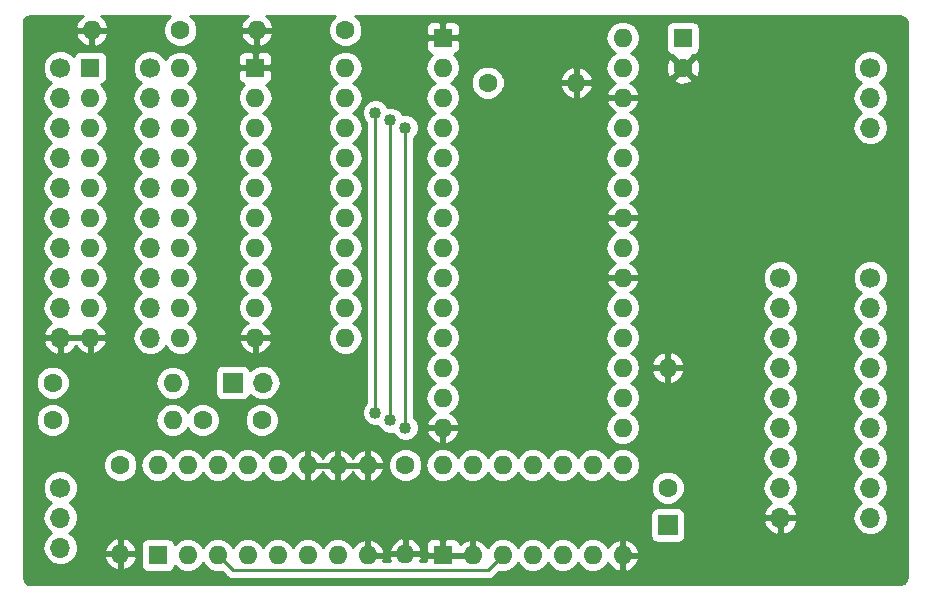
<source format=gtl>
G04 #@! TF.GenerationSoftware,KiCad,Pcbnew,5.0.2-bee76a0~70~ubuntu16.04.1*
G04 #@! TF.CreationDate,2019-04-14T18:23:41+01:00*
G04 #@! TF.ProjectId,AtomRamAndNoiseKiller,41746f6d-5261-46d4-916e-644e6f697365,rev?*
G04 #@! TF.SameCoordinates,PX8e4fe28PY93c3260*
G04 #@! TF.FileFunction,Copper,L1,Top*
G04 #@! TF.FilePolarity,Positive*
%FSLAX46Y46*%
G04 Gerber Fmt 4.6, Leading zero omitted, Abs format (unit mm)*
G04 Created by KiCad (PCBNEW 5.0.2-bee76a0~70~ubuntu16.04.1) date Sun 14 Apr 2019 18:23:41 BST*
%MOMM*%
%LPD*%
G01*
G04 APERTURE LIST*
G04 #@! TA.AperFunction,ComponentPad*
%ADD10O,1.700000X1.700000*%
G04 #@! TD*
G04 #@! TA.AperFunction,ComponentPad*
%ADD11R,1.700000X1.700000*%
G04 #@! TD*
G04 #@! TA.AperFunction,ComponentPad*
%ADD12C,1.700000*%
G04 #@! TD*
G04 #@! TA.AperFunction,ComponentPad*
%ADD13O,1.600000X1.600000*%
G04 #@! TD*
G04 #@! TA.AperFunction,ComponentPad*
%ADD14C,1.600000*%
G04 #@! TD*
G04 #@! TA.AperFunction,ComponentPad*
%ADD15R,1.600000X1.600000*%
G04 #@! TD*
G04 #@! TA.AperFunction,ViaPad*
%ADD16C,1.016000*%
G04 #@! TD*
G04 #@! TA.AperFunction,Conductor*
%ADD17C,0.254000*%
G04 #@! TD*
G04 APERTURE END LIST*
D10*
G04 #@! TO.P,J7,2*
G04 #@! TO.N,Net-(J7-Pad2)*
X20955000Y17780000D03*
D11*
G04 #@! TO.P,J7,1*
G04 #@! TO.N,/LOAD*
X18415000Y17780000D03*
G04 #@! TD*
D10*
G04 #@! TO.P,J3,3*
G04 #@! TO.N,/NWE*
X72390000Y39370000D03*
G04 #@! TO.P,J3,2*
G04 #@! TO.N,Net-(J3-Pad2)*
X72390000Y41910000D03*
D12*
G04 #@! TO.P,J3,1*
G04 #@! TO.N,Net-(J3-Pad1)*
X72390000Y44450000D03*
G04 #@! TD*
D11*
G04 #@! TO.P,J8,1*
G04 #@! TO.N,/RRDISABLE*
X55245000Y5715000D03*
G04 #@! TD*
D13*
G04 #@! TO.P,C1,2*
G04 #@! TO.N,GND*
X8890000Y3295000D03*
D14*
G04 #@! TO.P,C1,1*
G04 #@! TO.N,VCC*
X8890000Y10795000D03*
G04 #@! TD*
D13*
G04 #@! TO.P,C2,2*
G04 #@! TO.N,GND*
X33020000Y3295000D03*
D14*
G04 #@! TO.P,C2,1*
G04 #@! TO.N,VCC*
X33020000Y10795000D03*
G04 #@! TD*
D13*
G04 #@! TO.P,C3,2*
G04 #@! TO.N,GND*
X6470000Y47625000D03*
D14*
G04 #@! TO.P,C3,1*
G04 #@! TO.N,VCC*
X13970000Y47625000D03*
G04 #@! TD*
D13*
G04 #@! TO.P,C4,2*
G04 #@! TO.N,GND*
X20440000Y47625000D03*
D14*
G04 #@! TO.P,C4,1*
G04 #@! TO.N,VCC*
X27940000Y47625000D03*
G04 #@! TD*
D13*
G04 #@! TO.P,C5,2*
G04 #@! TO.N,GND*
X47505000Y43180000D03*
D14*
G04 #@! TO.P,C5,1*
G04 #@! TO.N,VCC*
X40005000Y43180000D03*
G04 #@! TD*
D13*
G04 #@! TO.P,U5,28*
G04 #@! TO.N,VCC*
X51435000Y46990000D03*
G04 #@! TO.P,U5,14*
G04 #@! TO.N,GND*
X36195000Y13970000D03*
G04 #@! TO.P,U5,27*
G04 #@! TO.N,/NWE*
X51435000Y44450000D03*
G04 #@! TO.P,U5,13*
G04 #@! TO.N,/RD7*
X36195000Y16510000D03*
G04 #@! TO.P,U5,26*
G04 #@! TO.N,GND*
X51435000Y41910000D03*
G04 #@! TO.P,U5,12*
G04 #@! TO.N,/RD6*
X36195000Y19050000D03*
G04 #@! TO.P,U5,25*
G04 #@! TO.N,/A7*
X51435000Y39370000D03*
G04 #@! TO.P,U5,11*
G04 #@! TO.N,/RD5*
X36195000Y21590000D03*
G04 #@! TO.P,U5,24*
G04 #@! TO.N,/A8*
X51435000Y36830000D03*
G04 #@! TO.P,U5,10*
G04 #@! TO.N,/A2*
X36195000Y24130000D03*
G04 #@! TO.P,U5,23*
G04 #@! TO.N,/A9*
X51435000Y34290000D03*
G04 #@! TO.P,U5,9*
G04 #@! TO.N,/A1*
X36195000Y26670000D03*
G04 #@! TO.P,U5,22*
G04 #@! TO.N,GND*
X51435000Y31750000D03*
G04 #@! TO.P,U5,8*
G04 #@! TO.N,/A0*
X36195000Y29210000D03*
G04 #@! TO.P,U5,21*
G04 #@! TO.N,/A6*
X51435000Y29210000D03*
G04 #@! TO.P,U5,7*
G04 #@! TO.N,/A3*
X36195000Y31750000D03*
G04 #@! TO.P,U5,20*
G04 #@! TO.N,GND*
X51435000Y26670000D03*
G04 #@! TO.P,U5,6*
G04 #@! TO.N,/A4*
X36195000Y34290000D03*
G04 #@! TO.P,U5,19*
G04 #@! TO.N,/RD0*
X51435000Y24130000D03*
G04 #@! TO.P,U5,5*
G04 #@! TO.N,/A5*
X36195000Y36830000D03*
G04 #@! TO.P,U5,18*
G04 #@! TO.N,/RD1*
X51435000Y21590000D03*
G04 #@! TO.P,U5,4*
G04 #@! TO.N,/A12*
X36195000Y39370000D03*
G04 #@! TO.P,U5,17*
G04 #@! TO.N,/RD2*
X51435000Y19050000D03*
G04 #@! TO.P,U5,3*
G04 #@! TO.N,/A11*
X36195000Y41910000D03*
G04 #@! TO.P,U5,16*
G04 #@! TO.N,/RD3*
X51435000Y16510000D03*
G04 #@! TO.P,U5,2*
G04 #@! TO.N,/A10*
X36195000Y44450000D03*
G04 #@! TO.P,U5,15*
G04 #@! TO.N,/RD4*
X51435000Y13970000D03*
D15*
G04 #@! TO.P,U5,1*
G04 #@! TO.N,GND*
X36195000Y46990000D03*
G04 #@! TD*
D10*
G04 #@! TO.P,J1,10*
G04 #@! TO.N,/NVDG*
X11430000Y21590000D03*
G04 #@! TO.P,J1,9*
G04 #@! TO.N,/VD7*
X11430000Y24130000D03*
G04 #@! TO.P,J1,8*
G04 #@! TO.N,/VD6*
X11430000Y26670000D03*
G04 #@! TO.P,J1,7*
G04 #@! TO.N,/VD5*
X11430000Y29210000D03*
G04 #@! TO.P,J1,6*
G04 #@! TO.N,/VD4*
X11430000Y31750000D03*
G04 #@! TO.P,J1,5*
G04 #@! TO.N,/VD3*
X11430000Y34290000D03*
G04 #@! TO.P,J1,4*
G04 #@! TO.N,/VD2*
X11430000Y36830000D03*
G04 #@! TO.P,J1,3*
G04 #@! TO.N,/VD1*
X11430000Y39370000D03*
G04 #@! TO.P,J1,2*
G04 #@! TO.N,/VD0*
X11430000Y41910000D03*
D12*
G04 #@! TO.P,J1,1*
G04 #@! TO.N,VCC*
X11430000Y44450000D03*
G04 #@! TD*
D10*
G04 #@! TO.P,J6,3*
G04 #@! TO.N,/A12*
X3810000Y3810000D03*
G04 #@! TO.P,J6,2*
G04 #@! TO.N,/A11*
X3810000Y6350000D03*
D12*
G04 #@! TO.P,J6,1*
G04 #@! TO.N,/A10*
X3810000Y8890000D03*
G04 #@! TD*
D10*
G04 #@! TO.P,J4,9*
G04 #@! TO.N,GND*
X64770000Y6350000D03*
G04 #@! TO.P,J4,8*
G04 #@! TO.N,Net-(J4-Pad8)*
X64770000Y8890000D03*
G04 #@! TO.P,J4,7*
G04 #@! TO.N,/A2*
X64770000Y11430000D03*
G04 #@! TO.P,J4,6*
G04 #@! TO.N,/A1*
X64770000Y13970000D03*
G04 #@! TO.P,J4,5*
G04 #@! TO.N,/A0*
X64770000Y16510000D03*
G04 #@! TO.P,J4,4*
G04 #@! TO.N,/A3*
X64770000Y19050000D03*
G04 #@! TO.P,J4,3*
G04 #@! TO.N,/A4*
X64770000Y21590000D03*
G04 #@! TO.P,J4,2*
G04 #@! TO.N,/A5*
X64770000Y24130000D03*
D12*
G04 #@! TO.P,J4,1*
G04 #@! TO.N,/A6*
X64770000Y26670000D03*
G04 #@! TD*
D10*
G04 #@! TO.P,J5,9*
G04 #@! TO.N,Net-(J5-Pad9)*
X72390000Y6350000D03*
G04 #@! TO.P,J5,8*
G04 #@! TO.N,Net-(J5-Pad8)*
X72390000Y8890000D03*
G04 #@! TO.P,J5,7*
G04 #@! TO.N,Net-(J5-Pad7)*
X72390000Y11430000D03*
G04 #@! TO.P,J5,6*
G04 #@! TO.N,Net-(J5-Pad6)*
X72390000Y13970000D03*
G04 #@! TO.P,J5,5*
G04 #@! TO.N,Net-(J5-Pad5)*
X72390000Y16510000D03*
G04 #@! TO.P,J5,4*
G04 #@! TO.N,/A9*
X72390000Y19050000D03*
G04 #@! TO.P,J5,3*
G04 #@! TO.N,/A8*
X72390000Y21590000D03*
G04 #@! TO.P,J5,2*
G04 #@! TO.N,/A7*
X72390000Y24130000D03*
D12*
G04 #@! TO.P,J5,1*
G04 #@! TO.N,VCC*
X72390000Y26670000D03*
G04 #@! TD*
D10*
G04 #@! TO.P,J2,10*
G04 #@! TO.N,GND*
X3810000Y21590000D03*
G04 #@! TO.P,J2,9*
G04 #@! TO.N,/NDRS*
X3810000Y24130000D03*
G04 #@! TO.P,J2,8*
G04 #@! TO.N,/PD7*
X3810000Y26670000D03*
G04 #@! TO.P,J2,7*
G04 #@! TO.N,/PD6*
X3810000Y29210000D03*
G04 #@! TO.P,J2,6*
G04 #@! TO.N,/PD5*
X3810000Y31750000D03*
G04 #@! TO.P,J2,5*
G04 #@! TO.N,/PD4*
X3810000Y34290000D03*
G04 #@! TO.P,J2,4*
G04 #@! TO.N,/PD3*
X3810000Y36830000D03*
G04 #@! TO.P,J2,3*
G04 #@! TO.N,/PD2*
X3810000Y39370000D03*
G04 #@! TO.P,J2,2*
G04 #@! TO.N,/PD1*
X3810000Y41910000D03*
D12*
G04 #@! TO.P,J2,1*
G04 #@! TO.N,/PD0*
X3810000Y44450000D03*
G04 #@! TD*
D14*
G04 #@! TO.P,C6,2*
G04 #@! TO.N,GND*
X56515000Y44450000D03*
D15*
G04 #@! TO.P,C6,1*
G04 #@! TO.N,VCC*
X56515000Y46950000D03*
G04 #@! TD*
D14*
G04 #@! TO.P,C7,2*
G04 #@! TO.N,Net-(C7-Pad2)*
X20875000Y14605000D03*
G04 #@! TO.P,C7,1*
G04 #@! TO.N,Net-(C7-Pad1)*
X15875000Y14605000D03*
G04 #@! TD*
D13*
G04 #@! TO.P,U2,14*
G04 #@! TO.N,VCC*
X36195000Y10795000D03*
G04 #@! TO.P,U2,7*
G04 #@! TO.N,GND*
X51435000Y3175000D03*
G04 #@! TO.P,U2,13*
G04 #@! TO.N,/NVDG*
X38735000Y10795000D03*
G04 #@! TO.P,U2,6*
G04 #@! TO.N,Net-(U2-Pad10)*
X48895000Y3175000D03*
G04 #@! TO.P,U2,12*
G04 #@! TO.N,Net-(U1-Pad4)*
X41275000Y10795000D03*
G04 #@! TO.P,U2,5*
G04 #@! TO.N,/RRDISABLE*
X46355000Y3175000D03*
G04 #@! TO.P,U2,11*
G04 #@! TO.N,Net-(U2-Pad11)*
X43815000Y10795000D03*
G04 #@! TO.P,U2,4*
G04 #@! TO.N,/RRDISABLE*
X43815000Y3175000D03*
G04 #@! TO.P,U2,10*
G04 #@! TO.N,Net-(U2-Pad10)*
X46355000Y10795000D03*
G04 #@! TO.P,U2,3*
G04 #@! TO.N,Net-(U1-Pad2)*
X41275000Y3175000D03*
G04 #@! TO.P,U2,9*
G04 #@! TO.N,Net-(U2-Pad11)*
X48895000Y10795000D03*
G04 #@! TO.P,U2,2*
G04 #@! TO.N,GND*
X38735000Y3175000D03*
G04 #@! TO.P,U2,8*
G04 #@! TO.N,Net-(J7-Pad2)*
X51435000Y10795000D03*
D15*
G04 #@! TO.P,U2,1*
G04 #@! TO.N,GND*
X36195000Y3175000D03*
G04 #@! TD*
D13*
G04 #@! TO.P,U1,16*
G04 #@! TO.N,VCC*
X12065000Y10795000D03*
G04 #@! TO.P,U1,8*
G04 #@! TO.N,GND*
X29845000Y3175000D03*
G04 #@! TO.P,U1,15*
G04 #@! TO.N,Net-(C7-Pad1)*
X14605000Y10795000D03*
G04 #@! TO.P,U1,7*
G04 #@! TO.N,Net-(U1-Pad7)*
X27305000Y3175000D03*
G04 #@! TO.P,U1,14*
G04 #@! TO.N,Net-(C7-Pad2)*
X17145000Y10795000D03*
G04 #@! TO.P,U1,6*
G04 #@! TO.N,Net-(U1-Pad6)*
X24765000Y3175000D03*
G04 #@! TO.P,U1,13*
G04 #@! TO.N,Net-(U1-Pad13)*
X19685000Y10795000D03*
G04 #@! TO.P,U1,5*
G04 #@! TO.N,Net-(U1-Pad5)*
X22225000Y3175000D03*
G04 #@! TO.P,U1,12*
G04 #@! TO.N,Net-(U1-Pad12)*
X22225000Y10795000D03*
G04 #@! TO.P,U1,4*
G04 #@! TO.N,Net-(U1-Pad4)*
X19685000Y3175000D03*
G04 #@! TO.P,U1,11*
G04 #@! TO.N,GND*
X24765000Y10795000D03*
G04 #@! TO.P,U1,3*
G04 #@! TO.N,Net-(U1-Pad2)*
X17145000Y3175000D03*
G04 #@! TO.P,U1,10*
G04 #@! TO.N,GND*
X27305000Y10795000D03*
G04 #@! TO.P,U1,2*
G04 #@! TO.N,Net-(U1-Pad2)*
X14605000Y3175000D03*
G04 #@! TO.P,U1,9*
G04 #@! TO.N,GND*
X29845000Y10795000D03*
D15*
G04 #@! TO.P,U1,1*
G04 #@! TO.N,/NVDG*
X12065000Y3175000D03*
G04 #@! TD*
D13*
G04 #@! TO.P,U3,20*
G04 #@! TO.N,VCC*
X13970000Y44450000D03*
G04 #@! TO.P,U3,10*
G04 #@! TO.N,GND*
X6350000Y21590000D03*
G04 #@! TO.P,U3,19*
G04 #@! TO.N,/NVDG*
X13970000Y41910000D03*
G04 #@! TO.P,U3,9*
G04 #@! TO.N,/PD7*
X6350000Y24130000D03*
G04 #@! TO.P,U3,18*
G04 #@! TO.N,/RD0*
X13970000Y39370000D03*
G04 #@! TO.P,U3,8*
G04 #@! TO.N,/PD6*
X6350000Y26670000D03*
G04 #@! TO.P,U3,17*
G04 #@! TO.N,/RD1*
X13970000Y36830000D03*
G04 #@! TO.P,U3,7*
G04 #@! TO.N,/PD5*
X6350000Y29210000D03*
G04 #@! TO.P,U3,16*
G04 #@! TO.N,/RD2*
X13970000Y34290000D03*
G04 #@! TO.P,U3,6*
G04 #@! TO.N,/PD4*
X6350000Y31750000D03*
G04 #@! TO.P,U3,15*
G04 #@! TO.N,/RD3*
X13970000Y31750000D03*
G04 #@! TO.P,U3,5*
G04 #@! TO.N,/PD3*
X6350000Y34290000D03*
G04 #@! TO.P,U3,14*
G04 #@! TO.N,/RD4*
X13970000Y29210000D03*
G04 #@! TO.P,U3,4*
G04 #@! TO.N,/PD2*
X6350000Y36830000D03*
G04 #@! TO.P,U3,13*
G04 #@! TO.N,/RD5*
X13970000Y26670000D03*
G04 #@! TO.P,U3,3*
G04 #@! TO.N,/PD1*
X6350000Y39370000D03*
G04 #@! TO.P,U3,12*
G04 #@! TO.N,/RD6*
X13970000Y24130000D03*
G04 #@! TO.P,U3,2*
G04 #@! TO.N,/PD0*
X6350000Y41910000D03*
G04 #@! TO.P,U3,11*
G04 #@! TO.N,/RD7*
X13970000Y21590000D03*
D15*
G04 #@! TO.P,U3,1*
G04 #@! TO.N,/NDRS*
X6350000Y44450000D03*
G04 #@! TD*
D13*
G04 #@! TO.P,U4,20*
G04 #@! TO.N,VCC*
X27940000Y44450000D03*
G04 #@! TO.P,U4,10*
G04 #@! TO.N,GND*
X20320000Y21590000D03*
G04 #@! TO.P,U4,19*
G04 #@! TO.N,/VD0*
X27940000Y41910000D03*
G04 #@! TO.P,U4,9*
G04 #@! TO.N,/RD7*
X20320000Y24130000D03*
G04 #@! TO.P,U4,18*
G04 #@! TO.N,/VD1*
X27940000Y39370000D03*
G04 #@! TO.P,U4,8*
G04 #@! TO.N,/RD6*
X20320000Y26670000D03*
G04 #@! TO.P,U4,17*
G04 #@! TO.N,/VD2*
X27940000Y36830000D03*
G04 #@! TO.P,U4,7*
G04 #@! TO.N,/RD5*
X20320000Y29210000D03*
G04 #@! TO.P,U4,16*
G04 #@! TO.N,/VD3*
X27940000Y34290000D03*
G04 #@! TO.P,U4,6*
G04 #@! TO.N,/RD4*
X20320000Y31750000D03*
G04 #@! TO.P,U4,15*
G04 #@! TO.N,/VD4*
X27940000Y31750000D03*
G04 #@! TO.P,U4,5*
G04 #@! TO.N,/RD3*
X20320000Y34290000D03*
G04 #@! TO.P,U4,14*
G04 #@! TO.N,/VD5*
X27940000Y29210000D03*
G04 #@! TO.P,U4,4*
G04 #@! TO.N,/RD2*
X20320000Y36830000D03*
G04 #@! TO.P,U4,13*
G04 #@! TO.N,/VD6*
X27940000Y26670000D03*
G04 #@! TO.P,U4,3*
G04 #@! TO.N,/RD1*
X20320000Y39370000D03*
G04 #@! TO.P,U4,12*
G04 #@! TO.N,/VD7*
X27940000Y24130000D03*
G04 #@! TO.P,U4,2*
G04 #@! TO.N,/RD0*
X20320000Y41910000D03*
G04 #@! TO.P,U4,11*
G04 #@! TO.N,/LOAD*
X27940000Y21590000D03*
D15*
G04 #@! TO.P,U4,1*
G04 #@! TO.N,GND*
X20320000Y44450000D03*
G04 #@! TD*
D13*
G04 #@! TO.P,R3,2*
G04 #@! TO.N,GND*
X55245000Y19050000D03*
D14*
G04 #@! TO.P,R3,1*
G04 #@! TO.N,/RRDISABLE*
X55245000Y8890000D03*
G04 #@! TD*
D13*
G04 #@! TO.P,R1,2*
G04 #@! TO.N,Net-(C7-Pad1)*
X13335000Y14605000D03*
D14*
G04 #@! TO.P,R1,1*
G04 #@! TO.N,VCC*
X3175000Y14605000D03*
G04 #@! TD*
D13*
G04 #@! TO.P,R2,2*
G04 #@! TO.N,/LOAD*
X13335000Y17780000D03*
D14*
G04 #@! TO.P,R2,1*
G04 #@! TO.N,VCC*
X3175000Y17780000D03*
G04 #@! TD*
D16*
G04 #@! TO.N,/A12*
X33020000Y39370000D03*
X33020000Y13970000D03*
G04 #@! TO.N,/A10*
X30480000Y40640000D03*
X30480000Y15240000D03*
G04 #@! TO.N,/A11*
X31750000Y40005000D03*
X31750000Y14605000D03*
G04 #@! TD*
D17*
G04 #@! TO.N,/A12*
X33020000Y39370000D02*
X33020000Y13970000D01*
G04 #@! TO.N,/A10*
X30480000Y15240000D02*
X30480000Y40640000D01*
G04 #@! TO.N,/A11*
X31750000Y40005000D02*
X31750000Y14605000D01*
G04 #@! TO.N,Net-(U1-Pad2)*
X40005000Y1905000D02*
X41275000Y3175000D01*
X18415000Y1905000D02*
X40005000Y1905000D01*
X17145000Y3175000D02*
X18415000Y1905000D01*
G04 #@! TD*
G04 #@! TO.N,GND*
G36*
X5614866Y48777389D02*
X5238959Y48362423D01*
X5078096Y47974039D01*
X5200085Y47752000D01*
X6343000Y47752000D01*
X6343000Y47772000D01*
X6597000Y47772000D01*
X6597000Y47752000D01*
X7739915Y47752000D01*
X7861904Y47974039D01*
X7701041Y48362423D01*
X7325134Y48777389D01*
X7235101Y48820000D01*
X13135604Y48820000D01*
X12753466Y48437862D01*
X12535000Y47910439D01*
X12535000Y47339561D01*
X12753466Y46812138D01*
X13157138Y46408466D01*
X13684561Y46190000D01*
X14255439Y46190000D01*
X14782862Y46408466D01*
X15186534Y46812138D01*
X15378655Y47275961D01*
X19048096Y47275961D01*
X19208959Y46887577D01*
X19584866Y46472611D01*
X20090959Y46233086D01*
X20313000Y46354371D01*
X20313000Y47498000D01*
X20567000Y47498000D01*
X20567000Y46354371D01*
X20789041Y46233086D01*
X21295134Y46472611D01*
X21671041Y46887577D01*
X21831904Y47275961D01*
X21709915Y47498000D01*
X20567000Y47498000D01*
X20313000Y47498000D01*
X19170085Y47498000D01*
X19048096Y47275961D01*
X15378655Y47275961D01*
X15405000Y47339561D01*
X15405000Y47910439D01*
X15186534Y48437862D01*
X14804396Y48820000D01*
X19674899Y48820000D01*
X19584866Y48777389D01*
X19208959Y48362423D01*
X19048096Y47974039D01*
X19170085Y47752000D01*
X20313000Y47752000D01*
X20313000Y47772000D01*
X20567000Y47772000D01*
X20567000Y47752000D01*
X21709915Y47752000D01*
X21831904Y47974039D01*
X21671041Y48362423D01*
X21295134Y48777389D01*
X21205101Y48820000D01*
X27105604Y48820000D01*
X26723466Y48437862D01*
X26505000Y47910439D01*
X26505000Y47339561D01*
X26723466Y46812138D01*
X27127138Y46408466D01*
X27654561Y46190000D01*
X28225439Y46190000D01*
X28752862Y46408466D01*
X29156534Y46812138D01*
X29230206Y46990000D01*
X49971887Y46990000D01*
X50083260Y46430091D01*
X50400423Y45955423D01*
X50752758Y45720000D01*
X50400423Y45484577D01*
X50083260Y45009909D01*
X49971887Y44450000D01*
X50083260Y43890091D01*
X50400423Y43415423D01*
X50784108Y43159053D01*
X50579866Y43062389D01*
X50203959Y42647423D01*
X50043096Y42259039D01*
X50165085Y42037000D01*
X51308000Y42037000D01*
X51308000Y42057000D01*
X51562000Y42057000D01*
X51562000Y42037000D01*
X52704915Y42037000D01*
X52826904Y42259039D01*
X52666041Y42647423D01*
X52290134Y43062389D01*
X52085892Y43159053D01*
X52469577Y43415423D01*
X52487505Y43442255D01*
X55686861Y43442255D01*
X55760995Y43196136D01*
X56298223Y43003035D01*
X56868454Y43030222D01*
X57269005Y43196136D01*
X57343139Y43442255D01*
X56515000Y44270395D01*
X55686861Y43442255D01*
X52487505Y43442255D01*
X52786740Y43890091D01*
X52898113Y44450000D01*
X52854994Y44666777D01*
X55068035Y44666777D01*
X55095222Y44096546D01*
X55261136Y43695995D01*
X55507255Y43621861D01*
X56335395Y44450000D01*
X56694605Y44450000D01*
X57522745Y43621861D01*
X57768864Y43695995D01*
X57961965Y44233223D01*
X57934778Y44803454D01*
X57768864Y45204005D01*
X57522745Y45278139D01*
X56694605Y44450000D01*
X56335395Y44450000D01*
X55507255Y45278139D01*
X55261136Y45204005D01*
X55068035Y44666777D01*
X52854994Y44666777D01*
X52786740Y45009909D01*
X52469577Y45484577D01*
X52117242Y45720000D01*
X52469577Y45955423D01*
X52786740Y46430091D01*
X52898113Y46990000D01*
X52786740Y47549909D01*
X52653044Y47750000D01*
X55067560Y47750000D01*
X55067560Y46150000D01*
X55116843Y45902235D01*
X55257191Y45692191D01*
X55467235Y45551843D01*
X55701187Y45505307D01*
X55686861Y45457745D01*
X56515000Y44629605D01*
X57343139Y45457745D01*
X57328813Y45505307D01*
X57562765Y45551843D01*
X57772809Y45692191D01*
X57913157Y45902235D01*
X57962440Y46150000D01*
X57962440Y47750000D01*
X57913157Y47997765D01*
X57772809Y48207809D01*
X57562765Y48348157D01*
X57315000Y48397440D01*
X55715000Y48397440D01*
X55467235Y48348157D01*
X55257191Y48207809D01*
X55116843Y47997765D01*
X55067560Y47750000D01*
X52653044Y47750000D01*
X52469577Y48024577D01*
X51994909Y48341740D01*
X51576333Y48425000D01*
X51293667Y48425000D01*
X50875091Y48341740D01*
X50400423Y48024577D01*
X50083260Y47549909D01*
X49971887Y46990000D01*
X29230206Y46990000D01*
X29375000Y47339561D01*
X29375000Y47910439D01*
X29372569Y47916310D01*
X34760000Y47916310D01*
X34760000Y47275750D01*
X34918750Y47117000D01*
X36068000Y47117000D01*
X36068000Y48266250D01*
X36322000Y48266250D01*
X36322000Y47117000D01*
X37471250Y47117000D01*
X37630000Y47275750D01*
X37630000Y47916310D01*
X37533327Y48149699D01*
X37354698Y48328327D01*
X37121309Y48425000D01*
X36480750Y48425000D01*
X36322000Y48266250D01*
X36068000Y48266250D01*
X35909250Y48425000D01*
X35268691Y48425000D01*
X35035302Y48328327D01*
X34856673Y48149699D01*
X34760000Y47916310D01*
X29372569Y47916310D01*
X29156534Y48437862D01*
X28774396Y48820000D01*
X74867881Y48820000D01*
X75117787Y48775935D01*
X75282920Y48680595D01*
X75405488Y48534523D01*
X75481555Y48325535D01*
X75490000Y48229004D01*
X75490001Y1332125D01*
X75445935Y1082213D01*
X75350596Y917081D01*
X75204524Y794512D01*
X74995532Y718445D01*
X74899004Y710000D01*
X1332119Y710000D01*
X1082213Y754065D01*
X917081Y849404D01*
X794512Y995476D01*
X718445Y1204468D01*
X710000Y1300996D01*
X710000Y6350000D01*
X2295908Y6350000D01*
X2411161Y5770582D01*
X2739375Y5279375D01*
X3037761Y5080000D01*
X2739375Y4880625D01*
X2411161Y4389418D01*
X2295908Y3810000D01*
X2411161Y3230582D01*
X2739375Y2739375D01*
X3230582Y2411161D01*
X3663744Y2325000D01*
X3956256Y2325000D01*
X4389418Y2411161D01*
X4880625Y2739375D01*
X5018660Y2945959D01*
X7498086Y2945959D01*
X7737611Y2439866D01*
X8152577Y2063959D01*
X8540961Y1903096D01*
X8763000Y2025085D01*
X8763000Y3168000D01*
X9017000Y3168000D01*
X9017000Y2025085D01*
X9239039Y1903096D01*
X9627423Y2063959D01*
X10042389Y2439866D01*
X10281914Y2945959D01*
X10160629Y3168000D01*
X9017000Y3168000D01*
X8763000Y3168000D01*
X7619371Y3168000D01*
X7498086Y2945959D01*
X5018660Y2945959D01*
X5208839Y3230582D01*
X5291080Y3644041D01*
X7498086Y3644041D01*
X7619371Y3422000D01*
X8763000Y3422000D01*
X8763000Y4564915D01*
X9017000Y4564915D01*
X9017000Y3422000D01*
X10160629Y3422000D01*
X10281914Y3644041D01*
X10125277Y3975000D01*
X10617560Y3975000D01*
X10617560Y2375000D01*
X10666843Y2127235D01*
X10807191Y1917191D01*
X11017235Y1776843D01*
X11265000Y1727560D01*
X12865000Y1727560D01*
X13112765Y1776843D01*
X13322809Y1917191D01*
X13463157Y2127235D01*
X13489785Y2261106D01*
X13570423Y2140423D01*
X14045091Y1823260D01*
X14463667Y1740000D01*
X14746333Y1740000D01*
X15164909Y1823260D01*
X15639577Y2140423D01*
X15875000Y2492758D01*
X16110423Y2140423D01*
X16585091Y1823260D01*
X17003667Y1740000D01*
X17286333Y1740000D01*
X17466527Y1775843D01*
X17823118Y1419251D01*
X17865629Y1355629D01*
X17929251Y1313118D01*
X18117681Y1187213D01*
X18117682Y1187213D01*
X18117683Y1187212D01*
X18339952Y1143000D01*
X18339956Y1143000D01*
X18414999Y1128073D01*
X18490042Y1143000D01*
X39929957Y1143000D01*
X40005000Y1128073D01*
X40080043Y1143000D01*
X40080048Y1143000D01*
X40302317Y1187212D01*
X40554371Y1355629D01*
X40596883Y1419253D01*
X40953473Y1775843D01*
X41133667Y1740000D01*
X41416333Y1740000D01*
X41834909Y1823260D01*
X42309577Y2140423D01*
X42545000Y2492758D01*
X42780423Y2140423D01*
X43255091Y1823260D01*
X43673667Y1740000D01*
X43956333Y1740000D01*
X44374909Y1823260D01*
X44849577Y2140423D01*
X45085000Y2492758D01*
X45320423Y2140423D01*
X45795091Y1823260D01*
X46213667Y1740000D01*
X46496333Y1740000D01*
X46914909Y1823260D01*
X47389577Y2140423D01*
X47625000Y2492758D01*
X47860423Y2140423D01*
X48335091Y1823260D01*
X48753667Y1740000D01*
X49036333Y1740000D01*
X49454909Y1823260D01*
X49929577Y2140423D01*
X50185947Y2524108D01*
X50282611Y2319866D01*
X50697577Y1943959D01*
X51085961Y1783096D01*
X51308000Y1905085D01*
X51308000Y3048000D01*
X51562000Y3048000D01*
X51562000Y1905085D01*
X51784039Y1783096D01*
X52172423Y1943959D01*
X52587389Y2319866D01*
X52826914Y2825959D01*
X52705629Y3048000D01*
X51562000Y3048000D01*
X51308000Y3048000D01*
X51288000Y3048000D01*
X51288000Y3302000D01*
X51308000Y3302000D01*
X51308000Y4444915D01*
X51562000Y4444915D01*
X51562000Y3302000D01*
X52705629Y3302000D01*
X52826914Y3524041D01*
X52587389Y4030134D01*
X52172423Y4406041D01*
X51784039Y4566904D01*
X51562000Y4444915D01*
X51308000Y4444915D01*
X51085961Y4566904D01*
X50697577Y4406041D01*
X50282611Y4030134D01*
X50185947Y3825892D01*
X49929577Y4209577D01*
X49454909Y4526740D01*
X49036333Y4610000D01*
X48753667Y4610000D01*
X48335091Y4526740D01*
X47860423Y4209577D01*
X47625000Y3857242D01*
X47389577Y4209577D01*
X46914909Y4526740D01*
X46496333Y4610000D01*
X46213667Y4610000D01*
X45795091Y4526740D01*
X45320423Y4209577D01*
X45085000Y3857242D01*
X44849577Y4209577D01*
X44374909Y4526740D01*
X43956333Y4610000D01*
X43673667Y4610000D01*
X43255091Y4526740D01*
X42780423Y4209577D01*
X42545000Y3857242D01*
X42309577Y4209577D01*
X41834909Y4526740D01*
X41416333Y4610000D01*
X41133667Y4610000D01*
X40715091Y4526740D01*
X40240423Y4209577D01*
X39984053Y3825892D01*
X39887389Y4030134D01*
X39472423Y4406041D01*
X39084039Y4566904D01*
X38862000Y4444915D01*
X38862000Y3302000D01*
X38882000Y3302000D01*
X38882000Y3048000D01*
X38862000Y3048000D01*
X38862000Y3028000D01*
X38608000Y3028000D01*
X38608000Y3048000D01*
X36322000Y3048000D01*
X36322000Y3028000D01*
X36068000Y3028000D01*
X36068000Y3048000D01*
X34918750Y3048000D01*
X34760000Y2889250D01*
X34760000Y2667000D01*
X34279888Y2667000D01*
X34411914Y2945959D01*
X34290629Y3168000D01*
X33147000Y3168000D01*
X33147000Y3148000D01*
X32893000Y3148000D01*
X32893000Y3168000D01*
X31749371Y3168000D01*
X31628086Y2945959D01*
X31760112Y2667000D01*
X31161681Y2667000D01*
X31236914Y2825959D01*
X31115629Y3048000D01*
X29972000Y3048000D01*
X29972000Y3028000D01*
X29718000Y3028000D01*
X29718000Y3048000D01*
X29698000Y3048000D01*
X29698000Y3302000D01*
X29718000Y3302000D01*
X29718000Y4444915D01*
X29972000Y4444915D01*
X29972000Y3302000D01*
X31115629Y3302000D01*
X31236914Y3524041D01*
X31180121Y3644041D01*
X31628086Y3644041D01*
X31749371Y3422000D01*
X32893000Y3422000D01*
X32893000Y4564915D01*
X33147000Y4564915D01*
X33147000Y3422000D01*
X34290629Y3422000D01*
X34411914Y3644041D01*
X34195498Y4101309D01*
X34760000Y4101309D01*
X34760000Y3460750D01*
X34918750Y3302000D01*
X36068000Y3302000D01*
X36068000Y4451250D01*
X36322000Y4451250D01*
X36322000Y3302000D01*
X38608000Y3302000D01*
X38608000Y4444915D01*
X38385961Y4566904D01*
X37997577Y4406041D01*
X37630000Y4073062D01*
X37630000Y4101309D01*
X37533327Y4334698D01*
X37354699Y4513327D01*
X37121310Y4610000D01*
X36480750Y4610000D01*
X36322000Y4451250D01*
X36068000Y4451250D01*
X35909250Y4610000D01*
X35268690Y4610000D01*
X35035301Y4513327D01*
X34856673Y4334698D01*
X34760000Y4101309D01*
X34195498Y4101309D01*
X34172389Y4150134D01*
X33757423Y4526041D01*
X33369039Y4686904D01*
X33147000Y4564915D01*
X32893000Y4564915D01*
X32670961Y4686904D01*
X32282577Y4526041D01*
X31867611Y4150134D01*
X31628086Y3644041D01*
X31180121Y3644041D01*
X30997389Y4030134D01*
X30582423Y4406041D01*
X30194039Y4566904D01*
X29972000Y4444915D01*
X29718000Y4444915D01*
X29495961Y4566904D01*
X29107577Y4406041D01*
X28692611Y4030134D01*
X28595947Y3825892D01*
X28339577Y4209577D01*
X27864909Y4526740D01*
X27446333Y4610000D01*
X27163667Y4610000D01*
X26745091Y4526740D01*
X26270423Y4209577D01*
X26035000Y3857242D01*
X25799577Y4209577D01*
X25324909Y4526740D01*
X24906333Y4610000D01*
X24623667Y4610000D01*
X24205091Y4526740D01*
X23730423Y4209577D01*
X23495000Y3857242D01*
X23259577Y4209577D01*
X22784909Y4526740D01*
X22366333Y4610000D01*
X22083667Y4610000D01*
X21665091Y4526740D01*
X21190423Y4209577D01*
X20955000Y3857242D01*
X20719577Y4209577D01*
X20244909Y4526740D01*
X19826333Y4610000D01*
X19543667Y4610000D01*
X19125091Y4526740D01*
X18650423Y4209577D01*
X18415000Y3857242D01*
X18179577Y4209577D01*
X17704909Y4526740D01*
X17286333Y4610000D01*
X17003667Y4610000D01*
X16585091Y4526740D01*
X16110423Y4209577D01*
X15875000Y3857242D01*
X15639577Y4209577D01*
X15164909Y4526740D01*
X14746333Y4610000D01*
X14463667Y4610000D01*
X14045091Y4526740D01*
X13570423Y4209577D01*
X13489785Y4088894D01*
X13463157Y4222765D01*
X13322809Y4432809D01*
X13112765Y4573157D01*
X12865000Y4622440D01*
X11265000Y4622440D01*
X11017235Y4573157D01*
X10807191Y4432809D01*
X10666843Y4222765D01*
X10617560Y3975000D01*
X10125277Y3975000D01*
X10042389Y4150134D01*
X9627423Y4526041D01*
X9239039Y4686904D01*
X9017000Y4564915D01*
X8763000Y4564915D01*
X8540961Y4686904D01*
X8152577Y4526041D01*
X7737611Y4150134D01*
X7498086Y3644041D01*
X5291080Y3644041D01*
X5324092Y3810000D01*
X5208839Y4389418D01*
X4880625Y4880625D01*
X4582239Y5080000D01*
X4880625Y5279375D01*
X5208839Y5770582D01*
X5324092Y6350000D01*
X5281326Y6565000D01*
X53747560Y6565000D01*
X53747560Y4865000D01*
X53796843Y4617235D01*
X53937191Y4407191D01*
X54147235Y4266843D01*
X54395000Y4217560D01*
X56095000Y4217560D01*
X56342765Y4266843D01*
X56552809Y4407191D01*
X56693157Y4617235D01*
X56742440Y4865000D01*
X56742440Y5993110D01*
X63328524Y5993110D01*
X63498355Y5583076D01*
X63888642Y5154817D01*
X64413108Y4908514D01*
X64643000Y5029181D01*
X64643000Y6223000D01*
X64897000Y6223000D01*
X64897000Y5029181D01*
X65126892Y4908514D01*
X65651358Y5154817D01*
X66041645Y5583076D01*
X66211476Y5993110D01*
X66090155Y6223000D01*
X64897000Y6223000D01*
X64643000Y6223000D01*
X63449845Y6223000D01*
X63328524Y5993110D01*
X56742440Y5993110D01*
X56742440Y6565000D01*
X56693157Y6812765D01*
X56552809Y7022809D01*
X56342765Y7163157D01*
X56095000Y7212440D01*
X54395000Y7212440D01*
X54147235Y7163157D01*
X53937191Y7022809D01*
X53796843Y6812765D01*
X53747560Y6565000D01*
X5281326Y6565000D01*
X5208839Y6929418D01*
X4880625Y7420625D01*
X4598389Y7609209D01*
X4651185Y7631078D01*
X5068922Y8048815D01*
X5295000Y8594615D01*
X5295000Y9175439D01*
X53810000Y9175439D01*
X53810000Y8604561D01*
X54028466Y8077138D01*
X54432138Y7673466D01*
X54959561Y7455000D01*
X55530439Y7455000D01*
X56057862Y7673466D01*
X56461534Y8077138D01*
X56680000Y8604561D01*
X56680000Y9175439D01*
X56461534Y9702862D01*
X56057862Y10106534D01*
X55530439Y10325000D01*
X54959561Y10325000D01*
X54432138Y10106534D01*
X54028466Y9702862D01*
X53810000Y9175439D01*
X5295000Y9175439D01*
X5295000Y9185385D01*
X5068922Y9731185D01*
X4651185Y10148922D01*
X4105385Y10375000D01*
X3514615Y10375000D01*
X2968815Y10148922D01*
X2551078Y9731185D01*
X2325000Y9185385D01*
X2325000Y8594615D01*
X2551078Y8048815D01*
X2968815Y7631078D01*
X3021611Y7609209D01*
X2739375Y7420625D01*
X2411161Y6929418D01*
X2295908Y6350000D01*
X710000Y6350000D01*
X710000Y11080439D01*
X7455000Y11080439D01*
X7455000Y10509561D01*
X7673466Y9982138D01*
X8077138Y9578466D01*
X8604561Y9360000D01*
X9175439Y9360000D01*
X9702862Y9578466D01*
X10106534Y9982138D01*
X10325000Y10509561D01*
X10325000Y10795000D01*
X10601887Y10795000D01*
X10713260Y10235091D01*
X11030423Y9760423D01*
X11505091Y9443260D01*
X11923667Y9360000D01*
X12206333Y9360000D01*
X12624909Y9443260D01*
X13099577Y9760423D01*
X13335000Y10112758D01*
X13570423Y9760423D01*
X14045091Y9443260D01*
X14463667Y9360000D01*
X14746333Y9360000D01*
X15164909Y9443260D01*
X15639577Y9760423D01*
X15875000Y10112758D01*
X16110423Y9760423D01*
X16585091Y9443260D01*
X17003667Y9360000D01*
X17286333Y9360000D01*
X17704909Y9443260D01*
X18179577Y9760423D01*
X18415000Y10112758D01*
X18650423Y9760423D01*
X19125091Y9443260D01*
X19543667Y9360000D01*
X19826333Y9360000D01*
X20244909Y9443260D01*
X20719577Y9760423D01*
X20955000Y10112758D01*
X21190423Y9760423D01*
X21665091Y9443260D01*
X22083667Y9360000D01*
X22366333Y9360000D01*
X22784909Y9443260D01*
X23259577Y9760423D01*
X23515947Y10144108D01*
X23612611Y9939866D01*
X24027577Y9563959D01*
X24415961Y9403096D01*
X24638000Y9525085D01*
X24638000Y10668000D01*
X24892000Y10668000D01*
X24892000Y9525085D01*
X25114039Y9403096D01*
X25502423Y9563959D01*
X25917389Y9939866D01*
X26035000Y10188367D01*
X26152611Y9939866D01*
X26567577Y9563959D01*
X26955961Y9403096D01*
X27178000Y9525085D01*
X27178000Y10668000D01*
X27432000Y10668000D01*
X27432000Y9525085D01*
X27654039Y9403096D01*
X28042423Y9563959D01*
X28457389Y9939866D01*
X28575000Y10188367D01*
X28692611Y9939866D01*
X29107577Y9563959D01*
X29495961Y9403096D01*
X29718000Y9525085D01*
X29718000Y10668000D01*
X29972000Y10668000D01*
X29972000Y9525085D01*
X30194039Y9403096D01*
X30582423Y9563959D01*
X30997389Y9939866D01*
X31236914Y10445959D01*
X31115629Y10668000D01*
X29972000Y10668000D01*
X29718000Y10668000D01*
X27432000Y10668000D01*
X27178000Y10668000D01*
X24892000Y10668000D01*
X24638000Y10668000D01*
X24618000Y10668000D01*
X24618000Y10922000D01*
X24638000Y10922000D01*
X24638000Y12064915D01*
X24892000Y12064915D01*
X24892000Y10922000D01*
X27178000Y10922000D01*
X27178000Y12064915D01*
X27432000Y12064915D01*
X27432000Y10922000D01*
X29718000Y10922000D01*
X29718000Y12064915D01*
X29972000Y12064915D01*
X29972000Y10922000D01*
X31115629Y10922000D01*
X31202172Y11080439D01*
X31585000Y11080439D01*
X31585000Y10509561D01*
X31803466Y9982138D01*
X32207138Y9578466D01*
X32734561Y9360000D01*
X33305439Y9360000D01*
X33832862Y9578466D01*
X34236534Y9982138D01*
X34455000Y10509561D01*
X34455000Y10795000D01*
X34731887Y10795000D01*
X34843260Y10235091D01*
X35160423Y9760423D01*
X35635091Y9443260D01*
X36053667Y9360000D01*
X36336333Y9360000D01*
X36754909Y9443260D01*
X37229577Y9760423D01*
X37465000Y10112758D01*
X37700423Y9760423D01*
X38175091Y9443260D01*
X38593667Y9360000D01*
X38876333Y9360000D01*
X39294909Y9443260D01*
X39769577Y9760423D01*
X40005000Y10112758D01*
X40240423Y9760423D01*
X40715091Y9443260D01*
X41133667Y9360000D01*
X41416333Y9360000D01*
X41834909Y9443260D01*
X42309577Y9760423D01*
X42545000Y10112758D01*
X42780423Y9760423D01*
X43255091Y9443260D01*
X43673667Y9360000D01*
X43956333Y9360000D01*
X44374909Y9443260D01*
X44849577Y9760423D01*
X45085000Y10112758D01*
X45320423Y9760423D01*
X45795091Y9443260D01*
X46213667Y9360000D01*
X46496333Y9360000D01*
X46914909Y9443260D01*
X47389577Y9760423D01*
X47625000Y10112758D01*
X47860423Y9760423D01*
X48335091Y9443260D01*
X48753667Y9360000D01*
X49036333Y9360000D01*
X49454909Y9443260D01*
X49929577Y9760423D01*
X50165000Y10112758D01*
X50400423Y9760423D01*
X50875091Y9443260D01*
X51293667Y9360000D01*
X51576333Y9360000D01*
X51994909Y9443260D01*
X52469577Y9760423D01*
X52786740Y10235091D01*
X52898113Y10795000D01*
X52786740Y11354909D01*
X52469577Y11829577D01*
X51994909Y12146740D01*
X51576333Y12230000D01*
X51293667Y12230000D01*
X50875091Y12146740D01*
X50400423Y11829577D01*
X50165000Y11477242D01*
X49929577Y11829577D01*
X49454909Y12146740D01*
X49036333Y12230000D01*
X48753667Y12230000D01*
X48335091Y12146740D01*
X47860423Y11829577D01*
X47625000Y11477242D01*
X47389577Y11829577D01*
X46914909Y12146740D01*
X46496333Y12230000D01*
X46213667Y12230000D01*
X45795091Y12146740D01*
X45320423Y11829577D01*
X45085000Y11477242D01*
X44849577Y11829577D01*
X44374909Y12146740D01*
X43956333Y12230000D01*
X43673667Y12230000D01*
X43255091Y12146740D01*
X42780423Y11829577D01*
X42545000Y11477242D01*
X42309577Y11829577D01*
X41834909Y12146740D01*
X41416333Y12230000D01*
X41133667Y12230000D01*
X40715091Y12146740D01*
X40240423Y11829577D01*
X40005000Y11477242D01*
X39769577Y11829577D01*
X39294909Y12146740D01*
X38876333Y12230000D01*
X38593667Y12230000D01*
X38175091Y12146740D01*
X37700423Y11829577D01*
X37465000Y11477242D01*
X37229577Y11829577D01*
X36754909Y12146740D01*
X36336333Y12230000D01*
X36053667Y12230000D01*
X35635091Y12146740D01*
X35160423Y11829577D01*
X34843260Y11354909D01*
X34731887Y10795000D01*
X34455000Y10795000D01*
X34455000Y11080439D01*
X34236534Y11607862D01*
X33832862Y12011534D01*
X33305439Y12230000D01*
X32734561Y12230000D01*
X32207138Y12011534D01*
X31803466Y11607862D01*
X31585000Y11080439D01*
X31202172Y11080439D01*
X31236914Y11144041D01*
X30997389Y11650134D01*
X30582423Y12026041D01*
X30194039Y12186904D01*
X29972000Y12064915D01*
X29718000Y12064915D01*
X29495961Y12186904D01*
X29107577Y12026041D01*
X28692611Y11650134D01*
X28575000Y11401633D01*
X28457389Y11650134D01*
X28042423Y12026041D01*
X27654039Y12186904D01*
X27432000Y12064915D01*
X27178000Y12064915D01*
X26955961Y12186904D01*
X26567577Y12026041D01*
X26152611Y11650134D01*
X26035000Y11401633D01*
X25917389Y11650134D01*
X25502423Y12026041D01*
X25114039Y12186904D01*
X24892000Y12064915D01*
X24638000Y12064915D01*
X24415961Y12186904D01*
X24027577Y12026041D01*
X23612611Y11650134D01*
X23515947Y11445892D01*
X23259577Y11829577D01*
X22784909Y12146740D01*
X22366333Y12230000D01*
X22083667Y12230000D01*
X21665091Y12146740D01*
X21190423Y11829577D01*
X20955000Y11477242D01*
X20719577Y11829577D01*
X20244909Y12146740D01*
X19826333Y12230000D01*
X19543667Y12230000D01*
X19125091Y12146740D01*
X18650423Y11829577D01*
X18415000Y11477242D01*
X18179577Y11829577D01*
X17704909Y12146740D01*
X17286333Y12230000D01*
X17003667Y12230000D01*
X16585091Y12146740D01*
X16110423Y11829577D01*
X15875000Y11477242D01*
X15639577Y11829577D01*
X15164909Y12146740D01*
X14746333Y12230000D01*
X14463667Y12230000D01*
X14045091Y12146740D01*
X13570423Y11829577D01*
X13335000Y11477242D01*
X13099577Y11829577D01*
X12624909Y12146740D01*
X12206333Y12230000D01*
X11923667Y12230000D01*
X11505091Y12146740D01*
X11030423Y11829577D01*
X10713260Y11354909D01*
X10601887Y10795000D01*
X10325000Y10795000D01*
X10325000Y11080439D01*
X10106534Y11607862D01*
X9702862Y12011534D01*
X9175439Y12230000D01*
X8604561Y12230000D01*
X8077138Y12011534D01*
X7673466Y11607862D01*
X7455000Y11080439D01*
X710000Y11080439D01*
X710000Y14890439D01*
X1740000Y14890439D01*
X1740000Y14319561D01*
X1958466Y13792138D01*
X2362138Y13388466D01*
X2889561Y13170000D01*
X3460439Y13170000D01*
X3987862Y13388466D01*
X4391534Y13792138D01*
X4610000Y14319561D01*
X4610000Y14605000D01*
X11871887Y14605000D01*
X11983260Y14045091D01*
X12300423Y13570423D01*
X12775091Y13253260D01*
X13193667Y13170000D01*
X13476333Y13170000D01*
X13894909Y13253260D01*
X14369577Y13570423D01*
X14604606Y13922168D01*
X14658466Y13792138D01*
X15062138Y13388466D01*
X15589561Y13170000D01*
X16160439Y13170000D01*
X16687862Y13388466D01*
X17091534Y13792138D01*
X17310000Y14319561D01*
X17310000Y14890439D01*
X19440000Y14890439D01*
X19440000Y14319561D01*
X19658466Y13792138D01*
X20062138Y13388466D01*
X20589561Y13170000D01*
X21160439Y13170000D01*
X21687862Y13388466D01*
X22091534Y13792138D01*
X22310000Y14319561D01*
X22310000Y14890439D01*
X22091534Y15417862D01*
X21687862Y15821534D01*
X21160439Y16040000D01*
X20589561Y16040000D01*
X20062138Y15821534D01*
X19658466Y15417862D01*
X19440000Y14890439D01*
X17310000Y14890439D01*
X17091534Y15417862D01*
X16687862Y15821534D01*
X16160439Y16040000D01*
X15589561Y16040000D01*
X15062138Y15821534D01*
X14658466Y15417862D01*
X14604606Y15287832D01*
X14369577Y15639577D01*
X13894909Y15956740D01*
X13476333Y16040000D01*
X13193667Y16040000D01*
X12775091Y15956740D01*
X12300423Y15639577D01*
X11983260Y15164909D01*
X11871887Y14605000D01*
X4610000Y14605000D01*
X4610000Y14890439D01*
X4391534Y15417862D01*
X3987862Y15821534D01*
X3460439Y16040000D01*
X2889561Y16040000D01*
X2362138Y15821534D01*
X1958466Y15417862D01*
X1740000Y14890439D01*
X710000Y14890439D01*
X710000Y18065439D01*
X1740000Y18065439D01*
X1740000Y17494561D01*
X1958466Y16967138D01*
X2362138Y16563466D01*
X2889561Y16345000D01*
X3460439Y16345000D01*
X3987862Y16563466D01*
X4391534Y16967138D01*
X4610000Y17494561D01*
X4610000Y17780000D01*
X11871887Y17780000D01*
X11983260Y17220091D01*
X12300423Y16745423D01*
X12775091Y16428260D01*
X13193667Y16345000D01*
X13476333Y16345000D01*
X13894909Y16428260D01*
X14369577Y16745423D01*
X14686740Y17220091D01*
X14798113Y17780000D01*
X14686740Y18339909D01*
X14492908Y18630000D01*
X16917560Y18630000D01*
X16917560Y16930000D01*
X16966843Y16682235D01*
X17107191Y16472191D01*
X17317235Y16331843D01*
X17565000Y16282560D01*
X19265000Y16282560D01*
X19512765Y16331843D01*
X19722809Y16472191D01*
X19863157Y16682235D01*
X19872184Y16727619D01*
X19884375Y16709375D01*
X20375582Y16381161D01*
X20808744Y16295000D01*
X21101256Y16295000D01*
X21534418Y16381161D01*
X22025625Y16709375D01*
X22353839Y17200582D01*
X22469092Y17780000D01*
X22353839Y18359418D01*
X22025625Y18850625D01*
X21534418Y19178839D01*
X21101256Y19265000D01*
X20808744Y19265000D01*
X20375582Y19178839D01*
X19884375Y18850625D01*
X19872184Y18832381D01*
X19863157Y18877765D01*
X19722809Y19087809D01*
X19512765Y19228157D01*
X19265000Y19277440D01*
X17565000Y19277440D01*
X17317235Y19228157D01*
X17107191Y19087809D01*
X16966843Y18877765D01*
X16917560Y18630000D01*
X14492908Y18630000D01*
X14369577Y18814577D01*
X13894909Y19131740D01*
X13476333Y19215000D01*
X13193667Y19215000D01*
X12775091Y19131740D01*
X12300423Y18814577D01*
X11983260Y18339909D01*
X11871887Y17780000D01*
X4610000Y17780000D01*
X4610000Y18065439D01*
X4391534Y18592862D01*
X3987862Y18996534D01*
X3460439Y19215000D01*
X2889561Y19215000D01*
X2362138Y18996534D01*
X1958466Y18592862D01*
X1740000Y18065439D01*
X710000Y18065439D01*
X710000Y21233110D01*
X2368524Y21233110D01*
X2538355Y20823076D01*
X2928642Y20394817D01*
X3453108Y20148514D01*
X3683000Y20269181D01*
X3683000Y21463000D01*
X3937000Y21463000D01*
X3937000Y20269181D01*
X4166892Y20148514D01*
X4691358Y20394817D01*
X5081645Y20823076D01*
X5106412Y20882871D01*
X5118959Y20852577D01*
X5494866Y20437611D01*
X6000959Y20198086D01*
X6223000Y20319371D01*
X6223000Y21463000D01*
X6477000Y21463000D01*
X6477000Y20319371D01*
X6699041Y20198086D01*
X7205134Y20437611D01*
X7581041Y20852577D01*
X7741904Y21240961D01*
X7619915Y21463000D01*
X6477000Y21463000D01*
X6223000Y21463000D01*
X3937000Y21463000D01*
X3683000Y21463000D01*
X2489845Y21463000D01*
X2368524Y21233110D01*
X710000Y21233110D01*
X710000Y41910000D01*
X2295908Y41910000D01*
X2411161Y41330582D01*
X2739375Y40839375D01*
X3037761Y40640000D01*
X2739375Y40440625D01*
X2411161Y39949418D01*
X2295908Y39370000D01*
X2411161Y38790582D01*
X2739375Y38299375D01*
X3037761Y38100000D01*
X2739375Y37900625D01*
X2411161Y37409418D01*
X2295908Y36830000D01*
X2411161Y36250582D01*
X2739375Y35759375D01*
X3037761Y35560000D01*
X2739375Y35360625D01*
X2411161Y34869418D01*
X2295908Y34290000D01*
X2411161Y33710582D01*
X2739375Y33219375D01*
X3037761Y33020000D01*
X2739375Y32820625D01*
X2411161Y32329418D01*
X2295908Y31750000D01*
X2411161Y31170582D01*
X2739375Y30679375D01*
X3037761Y30480000D01*
X2739375Y30280625D01*
X2411161Y29789418D01*
X2295908Y29210000D01*
X2411161Y28630582D01*
X2739375Y28139375D01*
X3037761Y27940000D01*
X2739375Y27740625D01*
X2411161Y27249418D01*
X2295908Y26670000D01*
X2411161Y26090582D01*
X2739375Y25599375D01*
X3037761Y25400000D01*
X2739375Y25200625D01*
X2411161Y24709418D01*
X2295908Y24130000D01*
X2411161Y23550582D01*
X2739375Y23059375D01*
X3058478Y22846157D01*
X2928642Y22785183D01*
X2538355Y22356924D01*
X2368524Y21946890D01*
X2489845Y21717000D01*
X3683000Y21717000D01*
X3683000Y21737000D01*
X3937000Y21737000D01*
X3937000Y21717000D01*
X6223000Y21717000D01*
X6223000Y21737000D01*
X6477000Y21737000D01*
X6477000Y21717000D01*
X7619915Y21717000D01*
X7741904Y21939039D01*
X7581041Y22327423D01*
X7205134Y22742389D01*
X7000892Y22839053D01*
X7384577Y23095423D01*
X7701740Y23570091D01*
X7813113Y24130000D01*
X7701740Y24689909D01*
X7384577Y25164577D01*
X7032242Y25400000D01*
X7384577Y25635423D01*
X7701740Y26110091D01*
X7813113Y26670000D01*
X7701740Y27229909D01*
X7384577Y27704577D01*
X7032242Y27940000D01*
X7384577Y28175423D01*
X7701740Y28650091D01*
X7813113Y29210000D01*
X7701740Y29769909D01*
X7384577Y30244577D01*
X7032242Y30480000D01*
X7384577Y30715423D01*
X7701740Y31190091D01*
X7813113Y31750000D01*
X7701740Y32309909D01*
X7384577Y32784577D01*
X7032242Y33020000D01*
X7384577Y33255423D01*
X7701740Y33730091D01*
X7813113Y34290000D01*
X7701740Y34849909D01*
X7384577Y35324577D01*
X7032242Y35560000D01*
X7384577Y35795423D01*
X7701740Y36270091D01*
X7813113Y36830000D01*
X7701740Y37389909D01*
X7384577Y37864577D01*
X7032242Y38100000D01*
X7384577Y38335423D01*
X7701740Y38810091D01*
X7813113Y39370000D01*
X7701740Y39929909D01*
X7384577Y40404577D01*
X7032242Y40640000D01*
X7384577Y40875423D01*
X7701740Y41350091D01*
X7813113Y41910000D01*
X9915908Y41910000D01*
X10031161Y41330582D01*
X10359375Y40839375D01*
X10657761Y40640000D01*
X10359375Y40440625D01*
X10031161Y39949418D01*
X9915908Y39370000D01*
X10031161Y38790582D01*
X10359375Y38299375D01*
X10657761Y38100000D01*
X10359375Y37900625D01*
X10031161Y37409418D01*
X9915908Y36830000D01*
X10031161Y36250582D01*
X10359375Y35759375D01*
X10657761Y35560000D01*
X10359375Y35360625D01*
X10031161Y34869418D01*
X9915908Y34290000D01*
X10031161Y33710582D01*
X10359375Y33219375D01*
X10657761Y33020000D01*
X10359375Y32820625D01*
X10031161Y32329418D01*
X9915908Y31750000D01*
X10031161Y31170582D01*
X10359375Y30679375D01*
X10657761Y30480000D01*
X10359375Y30280625D01*
X10031161Y29789418D01*
X9915908Y29210000D01*
X10031161Y28630582D01*
X10359375Y28139375D01*
X10657761Y27940000D01*
X10359375Y27740625D01*
X10031161Y27249418D01*
X9915908Y26670000D01*
X10031161Y26090582D01*
X10359375Y25599375D01*
X10657761Y25400000D01*
X10359375Y25200625D01*
X10031161Y24709418D01*
X9915908Y24130000D01*
X10031161Y23550582D01*
X10359375Y23059375D01*
X10657761Y22860000D01*
X10359375Y22660625D01*
X10031161Y22169418D01*
X9915908Y21590000D01*
X10031161Y21010582D01*
X10359375Y20519375D01*
X10850582Y20191161D01*
X11283744Y20105000D01*
X11576256Y20105000D01*
X12009418Y20191161D01*
X12500625Y20519375D01*
X12730067Y20862760D01*
X12935423Y20555423D01*
X13410091Y20238260D01*
X13828667Y20155000D01*
X14111333Y20155000D01*
X14529909Y20238260D01*
X15004577Y20555423D01*
X15321740Y21030091D01*
X15363684Y21240961D01*
X18928096Y21240961D01*
X19088959Y20852577D01*
X19464866Y20437611D01*
X19970959Y20198086D01*
X20193000Y20319371D01*
X20193000Y21463000D01*
X20447000Y21463000D01*
X20447000Y20319371D01*
X20669041Y20198086D01*
X21175134Y20437611D01*
X21551041Y20852577D01*
X21711904Y21240961D01*
X21589915Y21463000D01*
X20447000Y21463000D01*
X20193000Y21463000D01*
X19050085Y21463000D01*
X18928096Y21240961D01*
X15363684Y21240961D01*
X15433113Y21590000D01*
X15321740Y22149909D01*
X15004577Y22624577D01*
X14652242Y22860000D01*
X15004577Y23095423D01*
X15321740Y23570091D01*
X15433113Y24130000D01*
X15321740Y24689909D01*
X15004577Y25164577D01*
X14652242Y25400000D01*
X15004577Y25635423D01*
X15321740Y26110091D01*
X15433113Y26670000D01*
X15321740Y27229909D01*
X15004577Y27704577D01*
X14652242Y27940000D01*
X15004577Y28175423D01*
X15321740Y28650091D01*
X15433113Y29210000D01*
X15321740Y29769909D01*
X15004577Y30244577D01*
X14652242Y30480000D01*
X15004577Y30715423D01*
X15321740Y31190091D01*
X15433113Y31750000D01*
X15321740Y32309909D01*
X15004577Y32784577D01*
X14652242Y33020000D01*
X15004577Y33255423D01*
X15321740Y33730091D01*
X15433113Y34290000D01*
X15321740Y34849909D01*
X15004577Y35324577D01*
X14652242Y35560000D01*
X15004577Y35795423D01*
X15321740Y36270091D01*
X15433113Y36830000D01*
X15321740Y37389909D01*
X15004577Y37864577D01*
X14652242Y38100000D01*
X15004577Y38335423D01*
X15321740Y38810091D01*
X15433113Y39370000D01*
X15321740Y39929909D01*
X15004577Y40404577D01*
X14652242Y40640000D01*
X15004577Y40875423D01*
X15321740Y41350091D01*
X15433113Y41910000D01*
X18856887Y41910000D01*
X18968260Y41350091D01*
X19285423Y40875423D01*
X19637758Y40640000D01*
X19285423Y40404577D01*
X18968260Y39929909D01*
X18856887Y39370000D01*
X18968260Y38810091D01*
X19285423Y38335423D01*
X19637758Y38100000D01*
X19285423Y37864577D01*
X18968260Y37389909D01*
X18856887Y36830000D01*
X18968260Y36270091D01*
X19285423Y35795423D01*
X19637758Y35560000D01*
X19285423Y35324577D01*
X18968260Y34849909D01*
X18856887Y34290000D01*
X18968260Y33730091D01*
X19285423Y33255423D01*
X19637758Y33020000D01*
X19285423Y32784577D01*
X18968260Y32309909D01*
X18856887Y31750000D01*
X18968260Y31190091D01*
X19285423Y30715423D01*
X19637758Y30480000D01*
X19285423Y30244577D01*
X18968260Y29769909D01*
X18856887Y29210000D01*
X18968260Y28650091D01*
X19285423Y28175423D01*
X19637758Y27940000D01*
X19285423Y27704577D01*
X18968260Y27229909D01*
X18856887Y26670000D01*
X18968260Y26110091D01*
X19285423Y25635423D01*
X19637758Y25400000D01*
X19285423Y25164577D01*
X18968260Y24689909D01*
X18856887Y24130000D01*
X18968260Y23570091D01*
X19285423Y23095423D01*
X19669108Y22839053D01*
X19464866Y22742389D01*
X19088959Y22327423D01*
X18928096Y21939039D01*
X19050085Y21717000D01*
X20193000Y21717000D01*
X20193000Y21737000D01*
X20447000Y21737000D01*
X20447000Y21717000D01*
X21589915Y21717000D01*
X21711904Y21939039D01*
X21551041Y22327423D01*
X21175134Y22742389D01*
X20970892Y22839053D01*
X21354577Y23095423D01*
X21671740Y23570091D01*
X21783113Y24130000D01*
X21671740Y24689909D01*
X21354577Y25164577D01*
X21002242Y25400000D01*
X21354577Y25635423D01*
X21671740Y26110091D01*
X21783113Y26670000D01*
X21671740Y27229909D01*
X21354577Y27704577D01*
X21002242Y27940000D01*
X21354577Y28175423D01*
X21671740Y28650091D01*
X21783113Y29210000D01*
X21671740Y29769909D01*
X21354577Y30244577D01*
X21002242Y30480000D01*
X21354577Y30715423D01*
X21671740Y31190091D01*
X21783113Y31750000D01*
X21671740Y32309909D01*
X21354577Y32784577D01*
X21002242Y33020000D01*
X21354577Y33255423D01*
X21671740Y33730091D01*
X21783113Y34290000D01*
X21671740Y34849909D01*
X21354577Y35324577D01*
X21002242Y35560000D01*
X21354577Y35795423D01*
X21671740Y36270091D01*
X21783113Y36830000D01*
X21671740Y37389909D01*
X21354577Y37864577D01*
X21002242Y38100000D01*
X21354577Y38335423D01*
X21671740Y38810091D01*
X21783113Y39370000D01*
X21671740Y39929909D01*
X21354577Y40404577D01*
X21002242Y40640000D01*
X21354577Y40875423D01*
X21671740Y41350091D01*
X21783113Y41910000D01*
X21671740Y42469909D01*
X21354577Y42944577D01*
X21248082Y43015735D01*
X21479698Y43111673D01*
X21658327Y43290301D01*
X21755000Y43523690D01*
X21755000Y44164250D01*
X21596250Y44323000D01*
X20447000Y44323000D01*
X20447000Y44303000D01*
X20193000Y44303000D01*
X20193000Y44323000D01*
X19043750Y44323000D01*
X18885000Y44164250D01*
X18885000Y43523690D01*
X18981673Y43290301D01*
X19160302Y43111673D01*
X19391918Y43015735D01*
X19285423Y42944577D01*
X18968260Y42469909D01*
X18856887Y41910000D01*
X15433113Y41910000D01*
X15321740Y42469909D01*
X15004577Y42944577D01*
X14652242Y43180000D01*
X15004577Y43415423D01*
X15321740Y43890091D01*
X15433113Y44450000D01*
X26476887Y44450000D01*
X26588260Y43890091D01*
X26905423Y43415423D01*
X27257758Y43180000D01*
X26905423Y42944577D01*
X26588260Y42469909D01*
X26476887Y41910000D01*
X26588260Y41350091D01*
X26905423Y40875423D01*
X27257758Y40640000D01*
X26905423Y40404577D01*
X26588260Y39929909D01*
X26476887Y39370000D01*
X26588260Y38810091D01*
X26905423Y38335423D01*
X27257758Y38100000D01*
X26905423Y37864577D01*
X26588260Y37389909D01*
X26476887Y36830000D01*
X26588260Y36270091D01*
X26905423Y35795423D01*
X27257758Y35560000D01*
X26905423Y35324577D01*
X26588260Y34849909D01*
X26476887Y34290000D01*
X26588260Y33730091D01*
X26905423Y33255423D01*
X27257758Y33020000D01*
X26905423Y32784577D01*
X26588260Y32309909D01*
X26476887Y31750000D01*
X26588260Y31190091D01*
X26905423Y30715423D01*
X27257758Y30480000D01*
X26905423Y30244577D01*
X26588260Y29769909D01*
X26476887Y29210000D01*
X26588260Y28650091D01*
X26905423Y28175423D01*
X27257758Y27940000D01*
X26905423Y27704577D01*
X26588260Y27229909D01*
X26476887Y26670000D01*
X26588260Y26110091D01*
X26905423Y25635423D01*
X27257758Y25400000D01*
X26905423Y25164577D01*
X26588260Y24689909D01*
X26476887Y24130000D01*
X26588260Y23570091D01*
X26905423Y23095423D01*
X27257758Y22860000D01*
X26905423Y22624577D01*
X26588260Y22149909D01*
X26476887Y21590000D01*
X26588260Y21030091D01*
X26905423Y20555423D01*
X27380091Y20238260D01*
X27798667Y20155000D01*
X28081333Y20155000D01*
X28499909Y20238260D01*
X28974577Y20555423D01*
X29291740Y21030091D01*
X29403113Y21590000D01*
X29291740Y22149909D01*
X28974577Y22624577D01*
X28622242Y22860000D01*
X28974577Y23095423D01*
X29291740Y23570091D01*
X29403113Y24130000D01*
X29291740Y24689909D01*
X28974577Y25164577D01*
X28622242Y25400000D01*
X28974577Y25635423D01*
X29291740Y26110091D01*
X29403113Y26670000D01*
X29291740Y27229909D01*
X28974577Y27704577D01*
X28622242Y27940000D01*
X28974577Y28175423D01*
X29291740Y28650091D01*
X29403113Y29210000D01*
X29291740Y29769909D01*
X28974577Y30244577D01*
X28622242Y30480000D01*
X28974577Y30715423D01*
X29291740Y31190091D01*
X29403113Y31750000D01*
X29291740Y32309909D01*
X28974577Y32784577D01*
X28622242Y33020000D01*
X28974577Y33255423D01*
X29291740Y33730091D01*
X29403113Y34290000D01*
X29291740Y34849909D01*
X28974577Y35324577D01*
X28622242Y35560000D01*
X28974577Y35795423D01*
X29291740Y36270091D01*
X29403113Y36830000D01*
X29291740Y37389909D01*
X28974577Y37864577D01*
X28622242Y38100000D01*
X28974577Y38335423D01*
X29291740Y38810091D01*
X29403113Y39370000D01*
X29291740Y39929909D01*
X28974577Y40404577D01*
X28622242Y40640000D01*
X28962505Y40867357D01*
X29337000Y40867357D01*
X29337000Y40412643D01*
X29511011Y39992542D01*
X29718001Y39785552D01*
X29718000Y16094447D01*
X29511011Y15887458D01*
X29337000Y15467357D01*
X29337000Y15012643D01*
X29511011Y14592542D01*
X29832542Y14271011D01*
X30252643Y14097000D01*
X30707357Y14097000D01*
X30720919Y14102618D01*
X30781011Y13957542D01*
X31102542Y13636011D01*
X31522643Y13462000D01*
X31977357Y13462000D01*
X31990919Y13467618D01*
X32051011Y13322542D01*
X32372542Y13001011D01*
X32792643Y12827000D01*
X33247357Y12827000D01*
X33667458Y13001011D01*
X33988989Y13322542D01*
X34112597Y13620961D01*
X34803096Y13620961D01*
X34963959Y13232577D01*
X35339866Y12817611D01*
X35845959Y12578086D01*
X36068000Y12699371D01*
X36068000Y13843000D01*
X36322000Y13843000D01*
X36322000Y12699371D01*
X36544041Y12578086D01*
X37050134Y12817611D01*
X37426041Y13232577D01*
X37586904Y13620961D01*
X37464915Y13843000D01*
X36322000Y13843000D01*
X36068000Y13843000D01*
X34925085Y13843000D01*
X34803096Y13620961D01*
X34112597Y13620961D01*
X34163000Y13742643D01*
X34163000Y14197357D01*
X33988989Y14617458D01*
X33782000Y14824447D01*
X33782000Y38515553D01*
X33988989Y38722542D01*
X34163000Y39142643D01*
X34163000Y39597357D01*
X33988989Y40017458D01*
X33667458Y40338989D01*
X33247357Y40513000D01*
X32792643Y40513000D01*
X32779081Y40507382D01*
X32718989Y40652458D01*
X32397458Y40973989D01*
X31977357Y41148000D01*
X31522643Y41148000D01*
X31509081Y41142382D01*
X31448989Y41287458D01*
X31127458Y41608989D01*
X30707357Y41783000D01*
X30252643Y41783000D01*
X29832542Y41608989D01*
X29511011Y41287458D01*
X29337000Y40867357D01*
X28962505Y40867357D01*
X28974577Y40875423D01*
X29291740Y41350091D01*
X29403113Y41910000D01*
X29291740Y42469909D01*
X28974577Y42944577D01*
X28622242Y43180000D01*
X28974577Y43415423D01*
X29291740Y43890091D01*
X29403113Y44450000D01*
X34731887Y44450000D01*
X34843260Y43890091D01*
X35160423Y43415423D01*
X35512758Y43180000D01*
X35160423Y42944577D01*
X34843260Y42469909D01*
X34731887Y41910000D01*
X34843260Y41350091D01*
X35160423Y40875423D01*
X35512758Y40640000D01*
X35160423Y40404577D01*
X34843260Y39929909D01*
X34731887Y39370000D01*
X34843260Y38810091D01*
X35160423Y38335423D01*
X35512758Y38100000D01*
X35160423Y37864577D01*
X34843260Y37389909D01*
X34731887Y36830000D01*
X34843260Y36270091D01*
X35160423Y35795423D01*
X35512758Y35560000D01*
X35160423Y35324577D01*
X34843260Y34849909D01*
X34731887Y34290000D01*
X34843260Y33730091D01*
X35160423Y33255423D01*
X35512758Y33020000D01*
X35160423Y32784577D01*
X34843260Y32309909D01*
X34731887Y31750000D01*
X34843260Y31190091D01*
X35160423Y30715423D01*
X35512758Y30480000D01*
X35160423Y30244577D01*
X34843260Y29769909D01*
X34731887Y29210000D01*
X34843260Y28650091D01*
X35160423Y28175423D01*
X35512758Y27940000D01*
X35160423Y27704577D01*
X34843260Y27229909D01*
X34731887Y26670000D01*
X34843260Y26110091D01*
X35160423Y25635423D01*
X35512758Y25400000D01*
X35160423Y25164577D01*
X34843260Y24689909D01*
X34731887Y24130000D01*
X34843260Y23570091D01*
X35160423Y23095423D01*
X35512758Y22860000D01*
X35160423Y22624577D01*
X34843260Y22149909D01*
X34731887Y21590000D01*
X34843260Y21030091D01*
X35160423Y20555423D01*
X35512758Y20320000D01*
X35160423Y20084577D01*
X34843260Y19609909D01*
X34731887Y19050000D01*
X34843260Y18490091D01*
X35160423Y18015423D01*
X35512758Y17780000D01*
X35160423Y17544577D01*
X34843260Y17069909D01*
X34731887Y16510000D01*
X34843260Y15950091D01*
X35160423Y15475423D01*
X35544108Y15219053D01*
X35339866Y15122389D01*
X34963959Y14707423D01*
X34803096Y14319039D01*
X34925085Y14097000D01*
X36068000Y14097000D01*
X36068000Y14117000D01*
X36322000Y14117000D01*
X36322000Y14097000D01*
X37464915Y14097000D01*
X37586904Y14319039D01*
X37426041Y14707423D01*
X37050134Y15122389D01*
X36845892Y15219053D01*
X37229577Y15475423D01*
X37546740Y15950091D01*
X37658113Y16510000D01*
X37546740Y17069909D01*
X37229577Y17544577D01*
X36877242Y17780000D01*
X37229577Y18015423D01*
X37546740Y18490091D01*
X37658113Y19050000D01*
X37546740Y19609909D01*
X37229577Y20084577D01*
X36877242Y20320000D01*
X37229577Y20555423D01*
X37546740Y21030091D01*
X37658113Y21590000D01*
X37546740Y22149909D01*
X37229577Y22624577D01*
X36877242Y22860000D01*
X37229577Y23095423D01*
X37546740Y23570091D01*
X37658113Y24130000D01*
X49971887Y24130000D01*
X50083260Y23570091D01*
X50400423Y23095423D01*
X50752758Y22860000D01*
X50400423Y22624577D01*
X50083260Y22149909D01*
X49971887Y21590000D01*
X50083260Y21030091D01*
X50400423Y20555423D01*
X50752758Y20320000D01*
X50400423Y20084577D01*
X50083260Y19609909D01*
X49971887Y19050000D01*
X50083260Y18490091D01*
X50400423Y18015423D01*
X50752758Y17780000D01*
X50400423Y17544577D01*
X50083260Y17069909D01*
X49971887Y16510000D01*
X50083260Y15950091D01*
X50400423Y15475423D01*
X50752758Y15240000D01*
X50400423Y15004577D01*
X50083260Y14529909D01*
X49971887Y13970000D01*
X50083260Y13410091D01*
X50400423Y12935423D01*
X50875091Y12618260D01*
X51293667Y12535000D01*
X51576333Y12535000D01*
X51994909Y12618260D01*
X52469577Y12935423D01*
X52786740Y13410091D01*
X52898113Y13970000D01*
X52786740Y14529909D01*
X52469577Y15004577D01*
X52117242Y15240000D01*
X52469577Y15475423D01*
X52786740Y15950091D01*
X52898113Y16510000D01*
X52786740Y17069909D01*
X52469577Y17544577D01*
X52117242Y17780000D01*
X52469577Y18015423D01*
X52786740Y18490091D01*
X52828684Y18700959D01*
X53853086Y18700959D01*
X54092611Y18194866D01*
X54507577Y17818959D01*
X54895961Y17658096D01*
X55118000Y17780085D01*
X55118000Y18923000D01*
X55372000Y18923000D01*
X55372000Y17780085D01*
X55594039Y17658096D01*
X55982423Y17818959D01*
X56397389Y18194866D01*
X56636914Y18700959D01*
X56515629Y18923000D01*
X55372000Y18923000D01*
X55118000Y18923000D01*
X53974371Y18923000D01*
X53853086Y18700959D01*
X52828684Y18700959D01*
X52898113Y19050000D01*
X52828685Y19399041D01*
X53853086Y19399041D01*
X53974371Y19177000D01*
X55118000Y19177000D01*
X55118000Y20319915D01*
X55372000Y20319915D01*
X55372000Y19177000D01*
X56515629Y19177000D01*
X56636914Y19399041D01*
X56397389Y19905134D01*
X55982423Y20281041D01*
X55594039Y20441904D01*
X55372000Y20319915D01*
X55118000Y20319915D01*
X54895961Y20441904D01*
X54507577Y20281041D01*
X54092611Y19905134D01*
X53853086Y19399041D01*
X52828685Y19399041D01*
X52786740Y19609909D01*
X52469577Y20084577D01*
X52117242Y20320000D01*
X52469577Y20555423D01*
X52786740Y21030091D01*
X52898113Y21590000D01*
X52786740Y22149909D01*
X52469577Y22624577D01*
X52117242Y22860000D01*
X52469577Y23095423D01*
X52786740Y23570091D01*
X52898113Y24130000D01*
X63255908Y24130000D01*
X63371161Y23550582D01*
X63699375Y23059375D01*
X63997761Y22860000D01*
X63699375Y22660625D01*
X63371161Y22169418D01*
X63255908Y21590000D01*
X63371161Y21010582D01*
X63699375Y20519375D01*
X63997761Y20320000D01*
X63699375Y20120625D01*
X63371161Y19629418D01*
X63255908Y19050000D01*
X63371161Y18470582D01*
X63699375Y17979375D01*
X63997761Y17780000D01*
X63699375Y17580625D01*
X63371161Y17089418D01*
X63255908Y16510000D01*
X63371161Y15930582D01*
X63699375Y15439375D01*
X63997761Y15240000D01*
X63699375Y15040625D01*
X63371161Y14549418D01*
X63255908Y13970000D01*
X63371161Y13390582D01*
X63699375Y12899375D01*
X63997761Y12700000D01*
X63699375Y12500625D01*
X63371161Y12009418D01*
X63255908Y11430000D01*
X63371161Y10850582D01*
X63699375Y10359375D01*
X63997761Y10160000D01*
X63699375Y9960625D01*
X63371161Y9469418D01*
X63255908Y8890000D01*
X63371161Y8310582D01*
X63699375Y7819375D01*
X64018478Y7606157D01*
X63888642Y7545183D01*
X63498355Y7116924D01*
X63328524Y6706890D01*
X63449845Y6477000D01*
X64643000Y6477000D01*
X64643000Y6497000D01*
X64897000Y6497000D01*
X64897000Y6477000D01*
X66090155Y6477000D01*
X66211476Y6706890D01*
X66041645Y7116924D01*
X65651358Y7545183D01*
X65521522Y7606157D01*
X65840625Y7819375D01*
X66168839Y8310582D01*
X66284092Y8890000D01*
X66168839Y9469418D01*
X65840625Y9960625D01*
X65542239Y10160000D01*
X65840625Y10359375D01*
X66168839Y10850582D01*
X66284092Y11430000D01*
X66168839Y12009418D01*
X65840625Y12500625D01*
X65542239Y12700000D01*
X65840625Y12899375D01*
X66168839Y13390582D01*
X66284092Y13970000D01*
X66168839Y14549418D01*
X65840625Y15040625D01*
X65542239Y15240000D01*
X65840625Y15439375D01*
X66168839Y15930582D01*
X66284092Y16510000D01*
X66168839Y17089418D01*
X65840625Y17580625D01*
X65542239Y17780000D01*
X65840625Y17979375D01*
X66168839Y18470582D01*
X66284092Y19050000D01*
X66168839Y19629418D01*
X65840625Y20120625D01*
X65542239Y20320000D01*
X65840625Y20519375D01*
X66168839Y21010582D01*
X66284092Y21590000D01*
X66168839Y22169418D01*
X65840625Y22660625D01*
X65542239Y22860000D01*
X65840625Y23059375D01*
X66168839Y23550582D01*
X66284092Y24130000D01*
X70875908Y24130000D01*
X70991161Y23550582D01*
X71319375Y23059375D01*
X71617761Y22860000D01*
X71319375Y22660625D01*
X70991161Y22169418D01*
X70875908Y21590000D01*
X70991161Y21010582D01*
X71319375Y20519375D01*
X71617761Y20320000D01*
X71319375Y20120625D01*
X70991161Y19629418D01*
X70875908Y19050000D01*
X70991161Y18470582D01*
X71319375Y17979375D01*
X71617761Y17780000D01*
X71319375Y17580625D01*
X70991161Y17089418D01*
X70875908Y16510000D01*
X70991161Y15930582D01*
X71319375Y15439375D01*
X71617761Y15240000D01*
X71319375Y15040625D01*
X70991161Y14549418D01*
X70875908Y13970000D01*
X70991161Y13390582D01*
X71319375Y12899375D01*
X71617761Y12700000D01*
X71319375Y12500625D01*
X70991161Y12009418D01*
X70875908Y11430000D01*
X70991161Y10850582D01*
X71319375Y10359375D01*
X71617761Y10160000D01*
X71319375Y9960625D01*
X70991161Y9469418D01*
X70875908Y8890000D01*
X70991161Y8310582D01*
X71319375Y7819375D01*
X71617761Y7620000D01*
X71319375Y7420625D01*
X70991161Y6929418D01*
X70875908Y6350000D01*
X70991161Y5770582D01*
X71319375Y5279375D01*
X71810582Y4951161D01*
X72243744Y4865000D01*
X72536256Y4865000D01*
X72969418Y4951161D01*
X73460625Y5279375D01*
X73788839Y5770582D01*
X73904092Y6350000D01*
X73788839Y6929418D01*
X73460625Y7420625D01*
X73162239Y7620000D01*
X73460625Y7819375D01*
X73788839Y8310582D01*
X73904092Y8890000D01*
X73788839Y9469418D01*
X73460625Y9960625D01*
X73162239Y10160000D01*
X73460625Y10359375D01*
X73788839Y10850582D01*
X73904092Y11430000D01*
X73788839Y12009418D01*
X73460625Y12500625D01*
X73162239Y12700000D01*
X73460625Y12899375D01*
X73788839Y13390582D01*
X73904092Y13970000D01*
X73788839Y14549418D01*
X73460625Y15040625D01*
X73162239Y15240000D01*
X73460625Y15439375D01*
X73788839Y15930582D01*
X73904092Y16510000D01*
X73788839Y17089418D01*
X73460625Y17580625D01*
X73162239Y17780000D01*
X73460625Y17979375D01*
X73788839Y18470582D01*
X73904092Y19050000D01*
X73788839Y19629418D01*
X73460625Y20120625D01*
X73162239Y20320000D01*
X73460625Y20519375D01*
X73788839Y21010582D01*
X73904092Y21590000D01*
X73788839Y22169418D01*
X73460625Y22660625D01*
X73162239Y22860000D01*
X73460625Y23059375D01*
X73788839Y23550582D01*
X73904092Y24130000D01*
X73788839Y24709418D01*
X73460625Y25200625D01*
X73178389Y25389209D01*
X73231185Y25411078D01*
X73648922Y25828815D01*
X73875000Y26374615D01*
X73875000Y26965385D01*
X73648922Y27511185D01*
X73231185Y27928922D01*
X72685385Y28155000D01*
X72094615Y28155000D01*
X71548815Y27928922D01*
X71131078Y27511185D01*
X70905000Y26965385D01*
X70905000Y26374615D01*
X71131078Y25828815D01*
X71548815Y25411078D01*
X71601611Y25389209D01*
X71319375Y25200625D01*
X70991161Y24709418D01*
X70875908Y24130000D01*
X66284092Y24130000D01*
X66168839Y24709418D01*
X65840625Y25200625D01*
X65558389Y25389209D01*
X65611185Y25411078D01*
X66028922Y25828815D01*
X66255000Y26374615D01*
X66255000Y26965385D01*
X66028922Y27511185D01*
X65611185Y27928922D01*
X65065385Y28155000D01*
X64474615Y28155000D01*
X63928815Y27928922D01*
X63511078Y27511185D01*
X63285000Y26965385D01*
X63285000Y26374615D01*
X63511078Y25828815D01*
X63928815Y25411078D01*
X63981611Y25389209D01*
X63699375Y25200625D01*
X63371161Y24709418D01*
X63255908Y24130000D01*
X52898113Y24130000D01*
X52786740Y24689909D01*
X52469577Y25164577D01*
X52085892Y25420947D01*
X52290134Y25517611D01*
X52666041Y25932577D01*
X52826904Y26320961D01*
X52704915Y26543000D01*
X51562000Y26543000D01*
X51562000Y26523000D01*
X51308000Y26523000D01*
X51308000Y26543000D01*
X50165085Y26543000D01*
X50043096Y26320961D01*
X50203959Y25932577D01*
X50579866Y25517611D01*
X50784108Y25420947D01*
X50400423Y25164577D01*
X50083260Y24689909D01*
X49971887Y24130000D01*
X37658113Y24130000D01*
X37546740Y24689909D01*
X37229577Y25164577D01*
X36877242Y25400000D01*
X37229577Y25635423D01*
X37546740Y26110091D01*
X37658113Y26670000D01*
X37546740Y27229909D01*
X37229577Y27704577D01*
X36877242Y27940000D01*
X37229577Y28175423D01*
X37546740Y28650091D01*
X37658113Y29210000D01*
X49971887Y29210000D01*
X50083260Y28650091D01*
X50400423Y28175423D01*
X50784108Y27919053D01*
X50579866Y27822389D01*
X50203959Y27407423D01*
X50043096Y27019039D01*
X50165085Y26797000D01*
X51308000Y26797000D01*
X51308000Y26817000D01*
X51562000Y26817000D01*
X51562000Y26797000D01*
X52704915Y26797000D01*
X52826904Y27019039D01*
X52666041Y27407423D01*
X52290134Y27822389D01*
X52085892Y27919053D01*
X52469577Y28175423D01*
X52786740Y28650091D01*
X52898113Y29210000D01*
X52786740Y29769909D01*
X52469577Y30244577D01*
X52085892Y30500947D01*
X52290134Y30597611D01*
X52666041Y31012577D01*
X52826904Y31400961D01*
X52704915Y31623000D01*
X51562000Y31623000D01*
X51562000Y31603000D01*
X51308000Y31603000D01*
X51308000Y31623000D01*
X50165085Y31623000D01*
X50043096Y31400961D01*
X50203959Y31012577D01*
X50579866Y30597611D01*
X50784108Y30500947D01*
X50400423Y30244577D01*
X50083260Y29769909D01*
X49971887Y29210000D01*
X37658113Y29210000D01*
X37546740Y29769909D01*
X37229577Y30244577D01*
X36877242Y30480000D01*
X37229577Y30715423D01*
X37546740Y31190091D01*
X37658113Y31750000D01*
X37546740Y32309909D01*
X37229577Y32784577D01*
X36877242Y33020000D01*
X37229577Y33255423D01*
X37546740Y33730091D01*
X37658113Y34290000D01*
X37546740Y34849909D01*
X37229577Y35324577D01*
X36877242Y35560000D01*
X37229577Y35795423D01*
X37546740Y36270091D01*
X37658113Y36830000D01*
X37546740Y37389909D01*
X37229577Y37864577D01*
X36877242Y38100000D01*
X37229577Y38335423D01*
X37546740Y38810091D01*
X37658113Y39370000D01*
X49971887Y39370000D01*
X50083260Y38810091D01*
X50400423Y38335423D01*
X50752758Y38100000D01*
X50400423Y37864577D01*
X50083260Y37389909D01*
X49971887Y36830000D01*
X50083260Y36270091D01*
X50400423Y35795423D01*
X50752758Y35560000D01*
X50400423Y35324577D01*
X50083260Y34849909D01*
X49971887Y34290000D01*
X50083260Y33730091D01*
X50400423Y33255423D01*
X50784108Y32999053D01*
X50579866Y32902389D01*
X50203959Y32487423D01*
X50043096Y32099039D01*
X50165085Y31877000D01*
X51308000Y31877000D01*
X51308000Y31897000D01*
X51562000Y31897000D01*
X51562000Y31877000D01*
X52704915Y31877000D01*
X52826904Y32099039D01*
X52666041Y32487423D01*
X52290134Y32902389D01*
X52085892Y32999053D01*
X52469577Y33255423D01*
X52786740Y33730091D01*
X52898113Y34290000D01*
X52786740Y34849909D01*
X52469577Y35324577D01*
X52117242Y35560000D01*
X52469577Y35795423D01*
X52786740Y36270091D01*
X52898113Y36830000D01*
X52786740Y37389909D01*
X52469577Y37864577D01*
X52117242Y38100000D01*
X52469577Y38335423D01*
X52786740Y38810091D01*
X52898113Y39370000D01*
X52786740Y39929909D01*
X52469577Y40404577D01*
X52085892Y40660947D01*
X52290134Y40757611D01*
X52666041Y41172577D01*
X52826904Y41560961D01*
X52704915Y41783000D01*
X51562000Y41783000D01*
X51562000Y41763000D01*
X51308000Y41763000D01*
X51308000Y41783000D01*
X50165085Y41783000D01*
X50043096Y41560961D01*
X50203959Y41172577D01*
X50579866Y40757611D01*
X50784108Y40660947D01*
X50400423Y40404577D01*
X50083260Y39929909D01*
X49971887Y39370000D01*
X37658113Y39370000D01*
X37546740Y39929909D01*
X37229577Y40404577D01*
X36877242Y40640000D01*
X37229577Y40875423D01*
X37546740Y41350091D01*
X37658113Y41910000D01*
X37546740Y42469909D01*
X37229577Y42944577D01*
X36877242Y43180000D01*
X37229577Y43415423D01*
X37262996Y43465439D01*
X38570000Y43465439D01*
X38570000Y42894561D01*
X38788466Y42367138D01*
X39192138Y41963466D01*
X39719561Y41745000D01*
X40290439Y41745000D01*
X40817862Y41963466D01*
X41221534Y42367138D01*
X41413655Y42830961D01*
X46113096Y42830961D01*
X46273959Y42442577D01*
X46649866Y42027611D01*
X47155959Y41788086D01*
X47378000Y41909371D01*
X47378000Y43053000D01*
X47632000Y43053000D01*
X47632000Y41909371D01*
X47854041Y41788086D01*
X48111633Y41910000D01*
X70875908Y41910000D01*
X70991161Y41330582D01*
X71319375Y40839375D01*
X71617761Y40640000D01*
X71319375Y40440625D01*
X70991161Y39949418D01*
X70875908Y39370000D01*
X70991161Y38790582D01*
X71319375Y38299375D01*
X71810582Y37971161D01*
X72243744Y37885000D01*
X72536256Y37885000D01*
X72969418Y37971161D01*
X73460625Y38299375D01*
X73788839Y38790582D01*
X73904092Y39370000D01*
X73788839Y39949418D01*
X73460625Y40440625D01*
X73162239Y40640000D01*
X73460625Y40839375D01*
X73788839Y41330582D01*
X73904092Y41910000D01*
X73788839Y42489418D01*
X73460625Y42980625D01*
X73178389Y43169209D01*
X73231185Y43191078D01*
X73648922Y43608815D01*
X73875000Y44154615D01*
X73875000Y44745385D01*
X73648922Y45291185D01*
X73231185Y45708922D01*
X72685385Y45935000D01*
X72094615Y45935000D01*
X71548815Y45708922D01*
X71131078Y45291185D01*
X70905000Y44745385D01*
X70905000Y44154615D01*
X71131078Y43608815D01*
X71548815Y43191078D01*
X71601611Y43169209D01*
X71319375Y42980625D01*
X70991161Y42489418D01*
X70875908Y41910000D01*
X48111633Y41910000D01*
X48360134Y42027611D01*
X48736041Y42442577D01*
X48896904Y42830961D01*
X48774915Y43053000D01*
X47632000Y43053000D01*
X47378000Y43053000D01*
X46235085Y43053000D01*
X46113096Y42830961D01*
X41413655Y42830961D01*
X41440000Y42894561D01*
X41440000Y43465439D01*
X41413656Y43529039D01*
X46113096Y43529039D01*
X46235085Y43307000D01*
X47378000Y43307000D01*
X47378000Y44450629D01*
X47632000Y44450629D01*
X47632000Y43307000D01*
X48774915Y43307000D01*
X48896904Y43529039D01*
X48736041Y43917423D01*
X48360134Y44332389D01*
X47854041Y44571914D01*
X47632000Y44450629D01*
X47378000Y44450629D01*
X47155959Y44571914D01*
X46649866Y44332389D01*
X46273959Y43917423D01*
X46113096Y43529039D01*
X41413656Y43529039D01*
X41221534Y43992862D01*
X40817862Y44396534D01*
X40290439Y44615000D01*
X39719561Y44615000D01*
X39192138Y44396534D01*
X38788466Y43992862D01*
X38570000Y43465439D01*
X37262996Y43465439D01*
X37546740Y43890091D01*
X37658113Y44450000D01*
X37546740Y45009909D01*
X37229577Y45484577D01*
X37123082Y45555735D01*
X37354698Y45651673D01*
X37533327Y45830301D01*
X37630000Y46063690D01*
X37630000Y46704250D01*
X37471250Y46863000D01*
X36322000Y46863000D01*
X36322000Y46843000D01*
X36068000Y46843000D01*
X36068000Y46863000D01*
X34918750Y46863000D01*
X34760000Y46704250D01*
X34760000Y46063690D01*
X34856673Y45830301D01*
X35035302Y45651673D01*
X35266918Y45555735D01*
X35160423Y45484577D01*
X34843260Y45009909D01*
X34731887Y44450000D01*
X29403113Y44450000D01*
X29291740Y45009909D01*
X28974577Y45484577D01*
X28499909Y45801740D01*
X28081333Y45885000D01*
X27798667Y45885000D01*
X27380091Y45801740D01*
X26905423Y45484577D01*
X26588260Y45009909D01*
X26476887Y44450000D01*
X15433113Y44450000D01*
X15321740Y45009909D01*
X15076919Y45376310D01*
X18885000Y45376310D01*
X18885000Y44735750D01*
X19043750Y44577000D01*
X20193000Y44577000D01*
X20193000Y45726250D01*
X20447000Y45726250D01*
X20447000Y44577000D01*
X21596250Y44577000D01*
X21755000Y44735750D01*
X21755000Y45376310D01*
X21658327Y45609699D01*
X21479698Y45788327D01*
X21246309Y45885000D01*
X20605750Y45885000D01*
X20447000Y45726250D01*
X20193000Y45726250D01*
X20034250Y45885000D01*
X19393691Y45885000D01*
X19160302Y45788327D01*
X18981673Y45609699D01*
X18885000Y45376310D01*
X15076919Y45376310D01*
X15004577Y45484577D01*
X14529909Y45801740D01*
X14111333Y45885000D01*
X13828667Y45885000D01*
X13410091Y45801740D01*
X12935423Y45484577D01*
X12733803Y45182832D01*
X12688922Y45291185D01*
X12271185Y45708922D01*
X11725385Y45935000D01*
X11134615Y45935000D01*
X10588815Y45708922D01*
X10171078Y45291185D01*
X9945000Y44745385D01*
X9945000Y44154615D01*
X10171078Y43608815D01*
X10588815Y43191078D01*
X10641611Y43169209D01*
X10359375Y42980625D01*
X10031161Y42489418D01*
X9915908Y41910000D01*
X7813113Y41910000D01*
X7701740Y42469909D01*
X7384577Y42944577D01*
X7263894Y43025215D01*
X7397765Y43051843D01*
X7607809Y43192191D01*
X7748157Y43402235D01*
X7797440Y43650000D01*
X7797440Y45250000D01*
X7748157Y45497765D01*
X7607809Y45707809D01*
X7397765Y45848157D01*
X7150000Y45897440D01*
X5550000Y45897440D01*
X5302235Y45848157D01*
X5092191Y45707809D01*
X4951843Y45497765D01*
X4936994Y45423113D01*
X4651185Y45708922D01*
X4105385Y45935000D01*
X3514615Y45935000D01*
X2968815Y45708922D01*
X2551078Y45291185D01*
X2325000Y44745385D01*
X2325000Y44154615D01*
X2551078Y43608815D01*
X2968815Y43191078D01*
X3021611Y43169209D01*
X2739375Y42980625D01*
X2411161Y42489418D01*
X2295908Y41910000D01*
X710000Y41910000D01*
X710000Y47275961D01*
X5078096Y47275961D01*
X5238959Y46887577D01*
X5614866Y46472611D01*
X6120959Y46233086D01*
X6343000Y46354371D01*
X6343000Y47498000D01*
X6597000Y47498000D01*
X6597000Y46354371D01*
X6819041Y46233086D01*
X7325134Y46472611D01*
X7701041Y46887577D01*
X7861904Y47275961D01*
X7739915Y47498000D01*
X6597000Y47498000D01*
X6343000Y47498000D01*
X5200085Y47498000D01*
X5078096Y47275961D01*
X710000Y47275961D01*
X710000Y48197881D01*
X754065Y48447787D01*
X849405Y48612920D01*
X995477Y48735488D01*
X1204465Y48811555D01*
X1300996Y48820000D01*
X5704899Y48820000D01*
X5614866Y48777389D01*
X5614866Y48777389D01*
G37*
X5614866Y48777389D02*
X5238959Y48362423D01*
X5078096Y47974039D01*
X5200085Y47752000D01*
X6343000Y47752000D01*
X6343000Y47772000D01*
X6597000Y47772000D01*
X6597000Y47752000D01*
X7739915Y47752000D01*
X7861904Y47974039D01*
X7701041Y48362423D01*
X7325134Y48777389D01*
X7235101Y48820000D01*
X13135604Y48820000D01*
X12753466Y48437862D01*
X12535000Y47910439D01*
X12535000Y47339561D01*
X12753466Y46812138D01*
X13157138Y46408466D01*
X13684561Y46190000D01*
X14255439Y46190000D01*
X14782862Y46408466D01*
X15186534Y46812138D01*
X15378655Y47275961D01*
X19048096Y47275961D01*
X19208959Y46887577D01*
X19584866Y46472611D01*
X20090959Y46233086D01*
X20313000Y46354371D01*
X20313000Y47498000D01*
X20567000Y47498000D01*
X20567000Y46354371D01*
X20789041Y46233086D01*
X21295134Y46472611D01*
X21671041Y46887577D01*
X21831904Y47275961D01*
X21709915Y47498000D01*
X20567000Y47498000D01*
X20313000Y47498000D01*
X19170085Y47498000D01*
X19048096Y47275961D01*
X15378655Y47275961D01*
X15405000Y47339561D01*
X15405000Y47910439D01*
X15186534Y48437862D01*
X14804396Y48820000D01*
X19674899Y48820000D01*
X19584866Y48777389D01*
X19208959Y48362423D01*
X19048096Y47974039D01*
X19170085Y47752000D01*
X20313000Y47752000D01*
X20313000Y47772000D01*
X20567000Y47772000D01*
X20567000Y47752000D01*
X21709915Y47752000D01*
X21831904Y47974039D01*
X21671041Y48362423D01*
X21295134Y48777389D01*
X21205101Y48820000D01*
X27105604Y48820000D01*
X26723466Y48437862D01*
X26505000Y47910439D01*
X26505000Y47339561D01*
X26723466Y46812138D01*
X27127138Y46408466D01*
X27654561Y46190000D01*
X28225439Y46190000D01*
X28752862Y46408466D01*
X29156534Y46812138D01*
X29230206Y46990000D01*
X49971887Y46990000D01*
X50083260Y46430091D01*
X50400423Y45955423D01*
X50752758Y45720000D01*
X50400423Y45484577D01*
X50083260Y45009909D01*
X49971887Y44450000D01*
X50083260Y43890091D01*
X50400423Y43415423D01*
X50784108Y43159053D01*
X50579866Y43062389D01*
X50203959Y42647423D01*
X50043096Y42259039D01*
X50165085Y42037000D01*
X51308000Y42037000D01*
X51308000Y42057000D01*
X51562000Y42057000D01*
X51562000Y42037000D01*
X52704915Y42037000D01*
X52826904Y42259039D01*
X52666041Y42647423D01*
X52290134Y43062389D01*
X52085892Y43159053D01*
X52469577Y43415423D01*
X52487505Y43442255D01*
X55686861Y43442255D01*
X55760995Y43196136D01*
X56298223Y43003035D01*
X56868454Y43030222D01*
X57269005Y43196136D01*
X57343139Y43442255D01*
X56515000Y44270395D01*
X55686861Y43442255D01*
X52487505Y43442255D01*
X52786740Y43890091D01*
X52898113Y44450000D01*
X52854994Y44666777D01*
X55068035Y44666777D01*
X55095222Y44096546D01*
X55261136Y43695995D01*
X55507255Y43621861D01*
X56335395Y44450000D01*
X56694605Y44450000D01*
X57522745Y43621861D01*
X57768864Y43695995D01*
X57961965Y44233223D01*
X57934778Y44803454D01*
X57768864Y45204005D01*
X57522745Y45278139D01*
X56694605Y44450000D01*
X56335395Y44450000D01*
X55507255Y45278139D01*
X55261136Y45204005D01*
X55068035Y44666777D01*
X52854994Y44666777D01*
X52786740Y45009909D01*
X52469577Y45484577D01*
X52117242Y45720000D01*
X52469577Y45955423D01*
X52786740Y46430091D01*
X52898113Y46990000D01*
X52786740Y47549909D01*
X52653044Y47750000D01*
X55067560Y47750000D01*
X55067560Y46150000D01*
X55116843Y45902235D01*
X55257191Y45692191D01*
X55467235Y45551843D01*
X55701187Y45505307D01*
X55686861Y45457745D01*
X56515000Y44629605D01*
X57343139Y45457745D01*
X57328813Y45505307D01*
X57562765Y45551843D01*
X57772809Y45692191D01*
X57913157Y45902235D01*
X57962440Y46150000D01*
X57962440Y47750000D01*
X57913157Y47997765D01*
X57772809Y48207809D01*
X57562765Y48348157D01*
X57315000Y48397440D01*
X55715000Y48397440D01*
X55467235Y48348157D01*
X55257191Y48207809D01*
X55116843Y47997765D01*
X55067560Y47750000D01*
X52653044Y47750000D01*
X52469577Y48024577D01*
X51994909Y48341740D01*
X51576333Y48425000D01*
X51293667Y48425000D01*
X50875091Y48341740D01*
X50400423Y48024577D01*
X50083260Y47549909D01*
X49971887Y46990000D01*
X29230206Y46990000D01*
X29375000Y47339561D01*
X29375000Y47910439D01*
X29372569Y47916310D01*
X34760000Y47916310D01*
X34760000Y47275750D01*
X34918750Y47117000D01*
X36068000Y47117000D01*
X36068000Y48266250D01*
X36322000Y48266250D01*
X36322000Y47117000D01*
X37471250Y47117000D01*
X37630000Y47275750D01*
X37630000Y47916310D01*
X37533327Y48149699D01*
X37354698Y48328327D01*
X37121309Y48425000D01*
X36480750Y48425000D01*
X36322000Y48266250D01*
X36068000Y48266250D01*
X35909250Y48425000D01*
X35268691Y48425000D01*
X35035302Y48328327D01*
X34856673Y48149699D01*
X34760000Y47916310D01*
X29372569Y47916310D01*
X29156534Y48437862D01*
X28774396Y48820000D01*
X74867881Y48820000D01*
X75117787Y48775935D01*
X75282920Y48680595D01*
X75405488Y48534523D01*
X75481555Y48325535D01*
X75490000Y48229004D01*
X75490001Y1332125D01*
X75445935Y1082213D01*
X75350596Y917081D01*
X75204524Y794512D01*
X74995532Y718445D01*
X74899004Y710000D01*
X1332119Y710000D01*
X1082213Y754065D01*
X917081Y849404D01*
X794512Y995476D01*
X718445Y1204468D01*
X710000Y1300996D01*
X710000Y6350000D01*
X2295908Y6350000D01*
X2411161Y5770582D01*
X2739375Y5279375D01*
X3037761Y5080000D01*
X2739375Y4880625D01*
X2411161Y4389418D01*
X2295908Y3810000D01*
X2411161Y3230582D01*
X2739375Y2739375D01*
X3230582Y2411161D01*
X3663744Y2325000D01*
X3956256Y2325000D01*
X4389418Y2411161D01*
X4880625Y2739375D01*
X5018660Y2945959D01*
X7498086Y2945959D01*
X7737611Y2439866D01*
X8152577Y2063959D01*
X8540961Y1903096D01*
X8763000Y2025085D01*
X8763000Y3168000D01*
X9017000Y3168000D01*
X9017000Y2025085D01*
X9239039Y1903096D01*
X9627423Y2063959D01*
X10042389Y2439866D01*
X10281914Y2945959D01*
X10160629Y3168000D01*
X9017000Y3168000D01*
X8763000Y3168000D01*
X7619371Y3168000D01*
X7498086Y2945959D01*
X5018660Y2945959D01*
X5208839Y3230582D01*
X5291080Y3644041D01*
X7498086Y3644041D01*
X7619371Y3422000D01*
X8763000Y3422000D01*
X8763000Y4564915D01*
X9017000Y4564915D01*
X9017000Y3422000D01*
X10160629Y3422000D01*
X10281914Y3644041D01*
X10125277Y3975000D01*
X10617560Y3975000D01*
X10617560Y2375000D01*
X10666843Y2127235D01*
X10807191Y1917191D01*
X11017235Y1776843D01*
X11265000Y1727560D01*
X12865000Y1727560D01*
X13112765Y1776843D01*
X13322809Y1917191D01*
X13463157Y2127235D01*
X13489785Y2261106D01*
X13570423Y2140423D01*
X14045091Y1823260D01*
X14463667Y1740000D01*
X14746333Y1740000D01*
X15164909Y1823260D01*
X15639577Y2140423D01*
X15875000Y2492758D01*
X16110423Y2140423D01*
X16585091Y1823260D01*
X17003667Y1740000D01*
X17286333Y1740000D01*
X17466527Y1775843D01*
X17823118Y1419251D01*
X17865629Y1355629D01*
X17929251Y1313118D01*
X18117681Y1187213D01*
X18117682Y1187213D01*
X18117683Y1187212D01*
X18339952Y1143000D01*
X18339956Y1143000D01*
X18414999Y1128073D01*
X18490042Y1143000D01*
X39929957Y1143000D01*
X40005000Y1128073D01*
X40080043Y1143000D01*
X40080048Y1143000D01*
X40302317Y1187212D01*
X40554371Y1355629D01*
X40596883Y1419253D01*
X40953473Y1775843D01*
X41133667Y1740000D01*
X41416333Y1740000D01*
X41834909Y1823260D01*
X42309577Y2140423D01*
X42545000Y2492758D01*
X42780423Y2140423D01*
X43255091Y1823260D01*
X43673667Y1740000D01*
X43956333Y1740000D01*
X44374909Y1823260D01*
X44849577Y2140423D01*
X45085000Y2492758D01*
X45320423Y2140423D01*
X45795091Y1823260D01*
X46213667Y1740000D01*
X46496333Y1740000D01*
X46914909Y1823260D01*
X47389577Y2140423D01*
X47625000Y2492758D01*
X47860423Y2140423D01*
X48335091Y1823260D01*
X48753667Y1740000D01*
X49036333Y1740000D01*
X49454909Y1823260D01*
X49929577Y2140423D01*
X50185947Y2524108D01*
X50282611Y2319866D01*
X50697577Y1943959D01*
X51085961Y1783096D01*
X51308000Y1905085D01*
X51308000Y3048000D01*
X51562000Y3048000D01*
X51562000Y1905085D01*
X51784039Y1783096D01*
X52172423Y1943959D01*
X52587389Y2319866D01*
X52826914Y2825959D01*
X52705629Y3048000D01*
X51562000Y3048000D01*
X51308000Y3048000D01*
X51288000Y3048000D01*
X51288000Y3302000D01*
X51308000Y3302000D01*
X51308000Y4444915D01*
X51562000Y4444915D01*
X51562000Y3302000D01*
X52705629Y3302000D01*
X52826914Y3524041D01*
X52587389Y4030134D01*
X52172423Y4406041D01*
X51784039Y4566904D01*
X51562000Y4444915D01*
X51308000Y4444915D01*
X51085961Y4566904D01*
X50697577Y4406041D01*
X50282611Y4030134D01*
X50185947Y3825892D01*
X49929577Y4209577D01*
X49454909Y4526740D01*
X49036333Y4610000D01*
X48753667Y4610000D01*
X48335091Y4526740D01*
X47860423Y4209577D01*
X47625000Y3857242D01*
X47389577Y4209577D01*
X46914909Y4526740D01*
X46496333Y4610000D01*
X46213667Y4610000D01*
X45795091Y4526740D01*
X45320423Y4209577D01*
X45085000Y3857242D01*
X44849577Y4209577D01*
X44374909Y4526740D01*
X43956333Y4610000D01*
X43673667Y4610000D01*
X43255091Y4526740D01*
X42780423Y4209577D01*
X42545000Y3857242D01*
X42309577Y4209577D01*
X41834909Y4526740D01*
X41416333Y4610000D01*
X41133667Y4610000D01*
X40715091Y4526740D01*
X40240423Y4209577D01*
X39984053Y3825892D01*
X39887389Y4030134D01*
X39472423Y4406041D01*
X39084039Y4566904D01*
X38862000Y4444915D01*
X38862000Y3302000D01*
X38882000Y3302000D01*
X38882000Y3048000D01*
X38862000Y3048000D01*
X38862000Y3028000D01*
X38608000Y3028000D01*
X38608000Y3048000D01*
X36322000Y3048000D01*
X36322000Y3028000D01*
X36068000Y3028000D01*
X36068000Y3048000D01*
X34918750Y3048000D01*
X34760000Y2889250D01*
X34760000Y2667000D01*
X34279888Y2667000D01*
X34411914Y2945959D01*
X34290629Y3168000D01*
X33147000Y3168000D01*
X33147000Y3148000D01*
X32893000Y3148000D01*
X32893000Y3168000D01*
X31749371Y3168000D01*
X31628086Y2945959D01*
X31760112Y2667000D01*
X31161681Y2667000D01*
X31236914Y2825959D01*
X31115629Y3048000D01*
X29972000Y3048000D01*
X29972000Y3028000D01*
X29718000Y3028000D01*
X29718000Y3048000D01*
X29698000Y3048000D01*
X29698000Y3302000D01*
X29718000Y3302000D01*
X29718000Y4444915D01*
X29972000Y4444915D01*
X29972000Y3302000D01*
X31115629Y3302000D01*
X31236914Y3524041D01*
X31180121Y3644041D01*
X31628086Y3644041D01*
X31749371Y3422000D01*
X32893000Y3422000D01*
X32893000Y4564915D01*
X33147000Y4564915D01*
X33147000Y3422000D01*
X34290629Y3422000D01*
X34411914Y3644041D01*
X34195498Y4101309D01*
X34760000Y4101309D01*
X34760000Y3460750D01*
X34918750Y3302000D01*
X36068000Y3302000D01*
X36068000Y4451250D01*
X36322000Y4451250D01*
X36322000Y3302000D01*
X38608000Y3302000D01*
X38608000Y4444915D01*
X38385961Y4566904D01*
X37997577Y4406041D01*
X37630000Y4073062D01*
X37630000Y4101309D01*
X37533327Y4334698D01*
X37354699Y4513327D01*
X37121310Y4610000D01*
X36480750Y4610000D01*
X36322000Y4451250D01*
X36068000Y4451250D01*
X35909250Y4610000D01*
X35268690Y4610000D01*
X35035301Y4513327D01*
X34856673Y4334698D01*
X34760000Y4101309D01*
X34195498Y4101309D01*
X34172389Y4150134D01*
X33757423Y4526041D01*
X33369039Y4686904D01*
X33147000Y4564915D01*
X32893000Y4564915D01*
X32670961Y4686904D01*
X32282577Y4526041D01*
X31867611Y4150134D01*
X31628086Y3644041D01*
X31180121Y3644041D01*
X30997389Y4030134D01*
X30582423Y4406041D01*
X30194039Y4566904D01*
X29972000Y4444915D01*
X29718000Y4444915D01*
X29495961Y4566904D01*
X29107577Y4406041D01*
X28692611Y4030134D01*
X28595947Y3825892D01*
X28339577Y4209577D01*
X27864909Y4526740D01*
X27446333Y4610000D01*
X27163667Y4610000D01*
X26745091Y4526740D01*
X26270423Y4209577D01*
X26035000Y3857242D01*
X25799577Y4209577D01*
X25324909Y4526740D01*
X24906333Y4610000D01*
X24623667Y4610000D01*
X24205091Y4526740D01*
X23730423Y4209577D01*
X23495000Y3857242D01*
X23259577Y4209577D01*
X22784909Y4526740D01*
X22366333Y4610000D01*
X22083667Y4610000D01*
X21665091Y4526740D01*
X21190423Y4209577D01*
X20955000Y3857242D01*
X20719577Y4209577D01*
X20244909Y4526740D01*
X19826333Y4610000D01*
X19543667Y4610000D01*
X19125091Y4526740D01*
X18650423Y4209577D01*
X18415000Y3857242D01*
X18179577Y4209577D01*
X17704909Y4526740D01*
X17286333Y4610000D01*
X17003667Y4610000D01*
X16585091Y4526740D01*
X16110423Y4209577D01*
X15875000Y3857242D01*
X15639577Y4209577D01*
X15164909Y4526740D01*
X14746333Y4610000D01*
X14463667Y4610000D01*
X14045091Y4526740D01*
X13570423Y4209577D01*
X13489785Y4088894D01*
X13463157Y4222765D01*
X13322809Y4432809D01*
X13112765Y4573157D01*
X12865000Y4622440D01*
X11265000Y4622440D01*
X11017235Y4573157D01*
X10807191Y4432809D01*
X10666843Y4222765D01*
X10617560Y3975000D01*
X10125277Y3975000D01*
X10042389Y4150134D01*
X9627423Y4526041D01*
X9239039Y4686904D01*
X9017000Y4564915D01*
X8763000Y4564915D01*
X8540961Y4686904D01*
X8152577Y4526041D01*
X7737611Y4150134D01*
X7498086Y3644041D01*
X5291080Y3644041D01*
X5324092Y3810000D01*
X5208839Y4389418D01*
X4880625Y4880625D01*
X4582239Y5080000D01*
X4880625Y5279375D01*
X5208839Y5770582D01*
X5324092Y6350000D01*
X5281326Y6565000D01*
X53747560Y6565000D01*
X53747560Y4865000D01*
X53796843Y4617235D01*
X53937191Y4407191D01*
X54147235Y4266843D01*
X54395000Y4217560D01*
X56095000Y4217560D01*
X56342765Y4266843D01*
X56552809Y4407191D01*
X56693157Y4617235D01*
X56742440Y4865000D01*
X56742440Y5993110D01*
X63328524Y5993110D01*
X63498355Y5583076D01*
X63888642Y5154817D01*
X64413108Y4908514D01*
X64643000Y5029181D01*
X64643000Y6223000D01*
X64897000Y6223000D01*
X64897000Y5029181D01*
X65126892Y4908514D01*
X65651358Y5154817D01*
X66041645Y5583076D01*
X66211476Y5993110D01*
X66090155Y6223000D01*
X64897000Y6223000D01*
X64643000Y6223000D01*
X63449845Y6223000D01*
X63328524Y5993110D01*
X56742440Y5993110D01*
X56742440Y6565000D01*
X56693157Y6812765D01*
X56552809Y7022809D01*
X56342765Y7163157D01*
X56095000Y7212440D01*
X54395000Y7212440D01*
X54147235Y7163157D01*
X53937191Y7022809D01*
X53796843Y6812765D01*
X53747560Y6565000D01*
X5281326Y6565000D01*
X5208839Y6929418D01*
X4880625Y7420625D01*
X4598389Y7609209D01*
X4651185Y7631078D01*
X5068922Y8048815D01*
X5295000Y8594615D01*
X5295000Y9175439D01*
X53810000Y9175439D01*
X53810000Y8604561D01*
X54028466Y8077138D01*
X54432138Y7673466D01*
X54959561Y7455000D01*
X55530439Y7455000D01*
X56057862Y7673466D01*
X56461534Y8077138D01*
X56680000Y8604561D01*
X56680000Y9175439D01*
X56461534Y9702862D01*
X56057862Y10106534D01*
X55530439Y10325000D01*
X54959561Y10325000D01*
X54432138Y10106534D01*
X54028466Y9702862D01*
X53810000Y9175439D01*
X5295000Y9175439D01*
X5295000Y9185385D01*
X5068922Y9731185D01*
X4651185Y10148922D01*
X4105385Y10375000D01*
X3514615Y10375000D01*
X2968815Y10148922D01*
X2551078Y9731185D01*
X2325000Y9185385D01*
X2325000Y8594615D01*
X2551078Y8048815D01*
X2968815Y7631078D01*
X3021611Y7609209D01*
X2739375Y7420625D01*
X2411161Y6929418D01*
X2295908Y6350000D01*
X710000Y6350000D01*
X710000Y11080439D01*
X7455000Y11080439D01*
X7455000Y10509561D01*
X7673466Y9982138D01*
X8077138Y9578466D01*
X8604561Y9360000D01*
X9175439Y9360000D01*
X9702862Y9578466D01*
X10106534Y9982138D01*
X10325000Y10509561D01*
X10325000Y10795000D01*
X10601887Y10795000D01*
X10713260Y10235091D01*
X11030423Y9760423D01*
X11505091Y9443260D01*
X11923667Y9360000D01*
X12206333Y9360000D01*
X12624909Y9443260D01*
X13099577Y9760423D01*
X13335000Y10112758D01*
X13570423Y9760423D01*
X14045091Y9443260D01*
X14463667Y9360000D01*
X14746333Y9360000D01*
X15164909Y9443260D01*
X15639577Y9760423D01*
X15875000Y10112758D01*
X16110423Y9760423D01*
X16585091Y9443260D01*
X17003667Y9360000D01*
X17286333Y9360000D01*
X17704909Y9443260D01*
X18179577Y9760423D01*
X18415000Y10112758D01*
X18650423Y9760423D01*
X19125091Y9443260D01*
X19543667Y9360000D01*
X19826333Y9360000D01*
X20244909Y9443260D01*
X20719577Y9760423D01*
X20955000Y10112758D01*
X21190423Y9760423D01*
X21665091Y9443260D01*
X22083667Y9360000D01*
X22366333Y9360000D01*
X22784909Y9443260D01*
X23259577Y9760423D01*
X23515947Y10144108D01*
X23612611Y9939866D01*
X24027577Y9563959D01*
X24415961Y9403096D01*
X24638000Y9525085D01*
X24638000Y10668000D01*
X24892000Y10668000D01*
X24892000Y9525085D01*
X25114039Y9403096D01*
X25502423Y9563959D01*
X25917389Y9939866D01*
X26035000Y10188367D01*
X26152611Y9939866D01*
X26567577Y9563959D01*
X26955961Y9403096D01*
X27178000Y9525085D01*
X27178000Y10668000D01*
X27432000Y10668000D01*
X27432000Y9525085D01*
X27654039Y9403096D01*
X28042423Y9563959D01*
X28457389Y9939866D01*
X28575000Y10188367D01*
X28692611Y9939866D01*
X29107577Y9563959D01*
X29495961Y9403096D01*
X29718000Y9525085D01*
X29718000Y10668000D01*
X29972000Y10668000D01*
X29972000Y9525085D01*
X30194039Y9403096D01*
X30582423Y9563959D01*
X30997389Y9939866D01*
X31236914Y10445959D01*
X31115629Y10668000D01*
X29972000Y10668000D01*
X29718000Y10668000D01*
X27432000Y10668000D01*
X27178000Y10668000D01*
X24892000Y10668000D01*
X24638000Y10668000D01*
X24618000Y10668000D01*
X24618000Y10922000D01*
X24638000Y10922000D01*
X24638000Y12064915D01*
X24892000Y12064915D01*
X24892000Y10922000D01*
X27178000Y10922000D01*
X27178000Y12064915D01*
X27432000Y12064915D01*
X27432000Y10922000D01*
X29718000Y10922000D01*
X29718000Y12064915D01*
X29972000Y12064915D01*
X29972000Y10922000D01*
X31115629Y10922000D01*
X31202172Y11080439D01*
X31585000Y11080439D01*
X31585000Y10509561D01*
X31803466Y9982138D01*
X32207138Y9578466D01*
X32734561Y9360000D01*
X33305439Y9360000D01*
X33832862Y9578466D01*
X34236534Y9982138D01*
X34455000Y10509561D01*
X34455000Y10795000D01*
X34731887Y10795000D01*
X34843260Y10235091D01*
X35160423Y9760423D01*
X35635091Y9443260D01*
X36053667Y9360000D01*
X36336333Y9360000D01*
X36754909Y9443260D01*
X37229577Y9760423D01*
X37465000Y10112758D01*
X37700423Y9760423D01*
X38175091Y9443260D01*
X38593667Y9360000D01*
X38876333Y9360000D01*
X39294909Y9443260D01*
X39769577Y9760423D01*
X40005000Y10112758D01*
X40240423Y9760423D01*
X40715091Y9443260D01*
X41133667Y9360000D01*
X41416333Y9360000D01*
X41834909Y9443260D01*
X42309577Y9760423D01*
X42545000Y10112758D01*
X42780423Y9760423D01*
X43255091Y9443260D01*
X43673667Y9360000D01*
X43956333Y9360000D01*
X44374909Y9443260D01*
X44849577Y9760423D01*
X45085000Y10112758D01*
X45320423Y9760423D01*
X45795091Y9443260D01*
X46213667Y9360000D01*
X46496333Y9360000D01*
X46914909Y9443260D01*
X47389577Y9760423D01*
X47625000Y10112758D01*
X47860423Y9760423D01*
X48335091Y9443260D01*
X48753667Y9360000D01*
X49036333Y9360000D01*
X49454909Y9443260D01*
X49929577Y9760423D01*
X50165000Y10112758D01*
X50400423Y9760423D01*
X50875091Y9443260D01*
X51293667Y9360000D01*
X51576333Y9360000D01*
X51994909Y9443260D01*
X52469577Y9760423D01*
X52786740Y10235091D01*
X52898113Y10795000D01*
X52786740Y11354909D01*
X52469577Y11829577D01*
X51994909Y12146740D01*
X51576333Y12230000D01*
X51293667Y12230000D01*
X50875091Y12146740D01*
X50400423Y11829577D01*
X50165000Y11477242D01*
X49929577Y11829577D01*
X49454909Y12146740D01*
X49036333Y12230000D01*
X48753667Y12230000D01*
X48335091Y12146740D01*
X47860423Y11829577D01*
X47625000Y11477242D01*
X47389577Y11829577D01*
X46914909Y12146740D01*
X46496333Y12230000D01*
X46213667Y12230000D01*
X45795091Y12146740D01*
X45320423Y11829577D01*
X45085000Y11477242D01*
X44849577Y11829577D01*
X44374909Y12146740D01*
X43956333Y12230000D01*
X43673667Y12230000D01*
X43255091Y12146740D01*
X42780423Y11829577D01*
X42545000Y11477242D01*
X42309577Y11829577D01*
X41834909Y12146740D01*
X41416333Y12230000D01*
X41133667Y12230000D01*
X40715091Y12146740D01*
X40240423Y11829577D01*
X40005000Y11477242D01*
X39769577Y11829577D01*
X39294909Y12146740D01*
X38876333Y12230000D01*
X38593667Y12230000D01*
X38175091Y12146740D01*
X37700423Y11829577D01*
X37465000Y11477242D01*
X37229577Y11829577D01*
X36754909Y12146740D01*
X36336333Y12230000D01*
X36053667Y12230000D01*
X35635091Y12146740D01*
X35160423Y11829577D01*
X34843260Y11354909D01*
X34731887Y10795000D01*
X34455000Y10795000D01*
X34455000Y11080439D01*
X34236534Y11607862D01*
X33832862Y12011534D01*
X33305439Y12230000D01*
X32734561Y12230000D01*
X32207138Y12011534D01*
X31803466Y11607862D01*
X31585000Y11080439D01*
X31202172Y11080439D01*
X31236914Y11144041D01*
X30997389Y11650134D01*
X30582423Y12026041D01*
X30194039Y12186904D01*
X29972000Y12064915D01*
X29718000Y12064915D01*
X29495961Y12186904D01*
X29107577Y12026041D01*
X28692611Y11650134D01*
X28575000Y11401633D01*
X28457389Y11650134D01*
X28042423Y12026041D01*
X27654039Y12186904D01*
X27432000Y12064915D01*
X27178000Y12064915D01*
X26955961Y12186904D01*
X26567577Y12026041D01*
X26152611Y11650134D01*
X26035000Y11401633D01*
X25917389Y11650134D01*
X25502423Y12026041D01*
X25114039Y12186904D01*
X24892000Y12064915D01*
X24638000Y12064915D01*
X24415961Y12186904D01*
X24027577Y12026041D01*
X23612611Y11650134D01*
X23515947Y11445892D01*
X23259577Y11829577D01*
X22784909Y12146740D01*
X22366333Y12230000D01*
X22083667Y12230000D01*
X21665091Y12146740D01*
X21190423Y11829577D01*
X20955000Y11477242D01*
X20719577Y11829577D01*
X20244909Y12146740D01*
X19826333Y12230000D01*
X19543667Y12230000D01*
X19125091Y12146740D01*
X18650423Y11829577D01*
X18415000Y11477242D01*
X18179577Y11829577D01*
X17704909Y12146740D01*
X17286333Y12230000D01*
X17003667Y12230000D01*
X16585091Y12146740D01*
X16110423Y11829577D01*
X15875000Y11477242D01*
X15639577Y11829577D01*
X15164909Y12146740D01*
X14746333Y12230000D01*
X14463667Y12230000D01*
X14045091Y12146740D01*
X13570423Y11829577D01*
X13335000Y11477242D01*
X13099577Y11829577D01*
X12624909Y12146740D01*
X12206333Y12230000D01*
X11923667Y12230000D01*
X11505091Y12146740D01*
X11030423Y11829577D01*
X10713260Y11354909D01*
X10601887Y10795000D01*
X10325000Y10795000D01*
X10325000Y11080439D01*
X10106534Y11607862D01*
X9702862Y12011534D01*
X9175439Y12230000D01*
X8604561Y12230000D01*
X8077138Y12011534D01*
X7673466Y11607862D01*
X7455000Y11080439D01*
X710000Y11080439D01*
X710000Y14890439D01*
X1740000Y14890439D01*
X1740000Y14319561D01*
X1958466Y13792138D01*
X2362138Y13388466D01*
X2889561Y13170000D01*
X3460439Y13170000D01*
X3987862Y13388466D01*
X4391534Y13792138D01*
X4610000Y14319561D01*
X4610000Y14605000D01*
X11871887Y14605000D01*
X11983260Y14045091D01*
X12300423Y13570423D01*
X12775091Y13253260D01*
X13193667Y13170000D01*
X13476333Y13170000D01*
X13894909Y13253260D01*
X14369577Y13570423D01*
X14604606Y13922168D01*
X14658466Y13792138D01*
X15062138Y13388466D01*
X15589561Y13170000D01*
X16160439Y13170000D01*
X16687862Y13388466D01*
X17091534Y13792138D01*
X17310000Y14319561D01*
X17310000Y14890439D01*
X19440000Y14890439D01*
X19440000Y14319561D01*
X19658466Y13792138D01*
X20062138Y13388466D01*
X20589561Y13170000D01*
X21160439Y13170000D01*
X21687862Y13388466D01*
X22091534Y13792138D01*
X22310000Y14319561D01*
X22310000Y14890439D01*
X22091534Y15417862D01*
X21687862Y15821534D01*
X21160439Y16040000D01*
X20589561Y16040000D01*
X20062138Y15821534D01*
X19658466Y15417862D01*
X19440000Y14890439D01*
X17310000Y14890439D01*
X17091534Y15417862D01*
X16687862Y15821534D01*
X16160439Y16040000D01*
X15589561Y16040000D01*
X15062138Y15821534D01*
X14658466Y15417862D01*
X14604606Y15287832D01*
X14369577Y15639577D01*
X13894909Y15956740D01*
X13476333Y16040000D01*
X13193667Y16040000D01*
X12775091Y15956740D01*
X12300423Y15639577D01*
X11983260Y15164909D01*
X11871887Y14605000D01*
X4610000Y14605000D01*
X4610000Y14890439D01*
X4391534Y15417862D01*
X3987862Y15821534D01*
X3460439Y16040000D01*
X2889561Y16040000D01*
X2362138Y15821534D01*
X1958466Y15417862D01*
X1740000Y14890439D01*
X710000Y14890439D01*
X710000Y18065439D01*
X1740000Y18065439D01*
X1740000Y17494561D01*
X1958466Y16967138D01*
X2362138Y16563466D01*
X2889561Y16345000D01*
X3460439Y16345000D01*
X3987862Y16563466D01*
X4391534Y16967138D01*
X4610000Y17494561D01*
X4610000Y17780000D01*
X11871887Y17780000D01*
X11983260Y17220091D01*
X12300423Y16745423D01*
X12775091Y16428260D01*
X13193667Y16345000D01*
X13476333Y16345000D01*
X13894909Y16428260D01*
X14369577Y16745423D01*
X14686740Y17220091D01*
X14798113Y17780000D01*
X14686740Y18339909D01*
X14492908Y18630000D01*
X16917560Y18630000D01*
X16917560Y16930000D01*
X16966843Y16682235D01*
X17107191Y16472191D01*
X17317235Y16331843D01*
X17565000Y16282560D01*
X19265000Y16282560D01*
X19512765Y16331843D01*
X19722809Y16472191D01*
X19863157Y16682235D01*
X19872184Y16727619D01*
X19884375Y16709375D01*
X20375582Y16381161D01*
X20808744Y16295000D01*
X21101256Y16295000D01*
X21534418Y16381161D01*
X22025625Y16709375D01*
X22353839Y17200582D01*
X22469092Y17780000D01*
X22353839Y18359418D01*
X22025625Y18850625D01*
X21534418Y19178839D01*
X21101256Y19265000D01*
X20808744Y19265000D01*
X20375582Y19178839D01*
X19884375Y18850625D01*
X19872184Y18832381D01*
X19863157Y18877765D01*
X19722809Y19087809D01*
X19512765Y19228157D01*
X19265000Y19277440D01*
X17565000Y19277440D01*
X17317235Y19228157D01*
X17107191Y19087809D01*
X16966843Y18877765D01*
X16917560Y18630000D01*
X14492908Y18630000D01*
X14369577Y18814577D01*
X13894909Y19131740D01*
X13476333Y19215000D01*
X13193667Y19215000D01*
X12775091Y19131740D01*
X12300423Y18814577D01*
X11983260Y18339909D01*
X11871887Y17780000D01*
X4610000Y17780000D01*
X4610000Y18065439D01*
X4391534Y18592862D01*
X3987862Y18996534D01*
X3460439Y19215000D01*
X2889561Y19215000D01*
X2362138Y18996534D01*
X1958466Y18592862D01*
X1740000Y18065439D01*
X710000Y18065439D01*
X710000Y21233110D01*
X2368524Y21233110D01*
X2538355Y20823076D01*
X2928642Y20394817D01*
X3453108Y20148514D01*
X3683000Y20269181D01*
X3683000Y21463000D01*
X3937000Y21463000D01*
X3937000Y20269181D01*
X4166892Y20148514D01*
X4691358Y20394817D01*
X5081645Y20823076D01*
X5106412Y20882871D01*
X5118959Y20852577D01*
X5494866Y20437611D01*
X6000959Y20198086D01*
X6223000Y20319371D01*
X6223000Y21463000D01*
X6477000Y21463000D01*
X6477000Y20319371D01*
X6699041Y20198086D01*
X7205134Y20437611D01*
X7581041Y20852577D01*
X7741904Y21240961D01*
X7619915Y21463000D01*
X6477000Y21463000D01*
X6223000Y21463000D01*
X3937000Y21463000D01*
X3683000Y21463000D01*
X2489845Y21463000D01*
X2368524Y21233110D01*
X710000Y21233110D01*
X710000Y41910000D01*
X2295908Y41910000D01*
X2411161Y41330582D01*
X2739375Y40839375D01*
X3037761Y40640000D01*
X2739375Y40440625D01*
X2411161Y39949418D01*
X2295908Y39370000D01*
X2411161Y38790582D01*
X2739375Y38299375D01*
X3037761Y38100000D01*
X2739375Y37900625D01*
X2411161Y37409418D01*
X2295908Y36830000D01*
X2411161Y36250582D01*
X2739375Y35759375D01*
X3037761Y35560000D01*
X2739375Y35360625D01*
X2411161Y34869418D01*
X2295908Y34290000D01*
X2411161Y33710582D01*
X2739375Y33219375D01*
X3037761Y33020000D01*
X2739375Y32820625D01*
X2411161Y32329418D01*
X2295908Y31750000D01*
X2411161Y31170582D01*
X2739375Y30679375D01*
X3037761Y30480000D01*
X2739375Y30280625D01*
X2411161Y29789418D01*
X2295908Y29210000D01*
X2411161Y28630582D01*
X2739375Y28139375D01*
X3037761Y27940000D01*
X2739375Y27740625D01*
X2411161Y27249418D01*
X2295908Y26670000D01*
X2411161Y26090582D01*
X2739375Y25599375D01*
X3037761Y25400000D01*
X2739375Y25200625D01*
X2411161Y24709418D01*
X2295908Y24130000D01*
X2411161Y23550582D01*
X2739375Y23059375D01*
X3058478Y22846157D01*
X2928642Y22785183D01*
X2538355Y22356924D01*
X2368524Y21946890D01*
X2489845Y21717000D01*
X3683000Y21717000D01*
X3683000Y21737000D01*
X3937000Y21737000D01*
X3937000Y21717000D01*
X6223000Y21717000D01*
X6223000Y21737000D01*
X6477000Y21737000D01*
X6477000Y21717000D01*
X7619915Y21717000D01*
X7741904Y21939039D01*
X7581041Y22327423D01*
X7205134Y22742389D01*
X7000892Y22839053D01*
X7384577Y23095423D01*
X7701740Y23570091D01*
X7813113Y24130000D01*
X7701740Y24689909D01*
X7384577Y25164577D01*
X7032242Y25400000D01*
X7384577Y25635423D01*
X7701740Y26110091D01*
X7813113Y26670000D01*
X7701740Y27229909D01*
X7384577Y27704577D01*
X7032242Y27940000D01*
X7384577Y28175423D01*
X7701740Y28650091D01*
X7813113Y29210000D01*
X7701740Y29769909D01*
X7384577Y30244577D01*
X7032242Y30480000D01*
X7384577Y30715423D01*
X7701740Y31190091D01*
X7813113Y31750000D01*
X7701740Y32309909D01*
X7384577Y32784577D01*
X7032242Y33020000D01*
X7384577Y33255423D01*
X7701740Y33730091D01*
X7813113Y34290000D01*
X7701740Y34849909D01*
X7384577Y35324577D01*
X7032242Y35560000D01*
X7384577Y35795423D01*
X7701740Y36270091D01*
X7813113Y36830000D01*
X7701740Y37389909D01*
X7384577Y37864577D01*
X7032242Y38100000D01*
X7384577Y38335423D01*
X7701740Y38810091D01*
X7813113Y39370000D01*
X7701740Y39929909D01*
X7384577Y40404577D01*
X7032242Y40640000D01*
X7384577Y40875423D01*
X7701740Y41350091D01*
X7813113Y41910000D01*
X9915908Y41910000D01*
X10031161Y41330582D01*
X10359375Y40839375D01*
X10657761Y40640000D01*
X10359375Y40440625D01*
X10031161Y39949418D01*
X9915908Y39370000D01*
X10031161Y38790582D01*
X10359375Y38299375D01*
X10657761Y38100000D01*
X10359375Y37900625D01*
X10031161Y37409418D01*
X9915908Y36830000D01*
X10031161Y36250582D01*
X10359375Y35759375D01*
X10657761Y35560000D01*
X10359375Y35360625D01*
X10031161Y34869418D01*
X9915908Y34290000D01*
X10031161Y33710582D01*
X10359375Y33219375D01*
X10657761Y33020000D01*
X10359375Y32820625D01*
X10031161Y32329418D01*
X9915908Y31750000D01*
X10031161Y31170582D01*
X10359375Y30679375D01*
X10657761Y30480000D01*
X10359375Y30280625D01*
X10031161Y29789418D01*
X9915908Y29210000D01*
X10031161Y28630582D01*
X10359375Y28139375D01*
X10657761Y27940000D01*
X10359375Y27740625D01*
X10031161Y27249418D01*
X9915908Y26670000D01*
X10031161Y26090582D01*
X10359375Y25599375D01*
X10657761Y25400000D01*
X10359375Y25200625D01*
X10031161Y24709418D01*
X9915908Y24130000D01*
X10031161Y23550582D01*
X10359375Y23059375D01*
X10657761Y22860000D01*
X10359375Y22660625D01*
X10031161Y22169418D01*
X9915908Y21590000D01*
X10031161Y21010582D01*
X10359375Y20519375D01*
X10850582Y20191161D01*
X11283744Y20105000D01*
X11576256Y20105000D01*
X12009418Y20191161D01*
X12500625Y20519375D01*
X12730067Y20862760D01*
X12935423Y20555423D01*
X13410091Y20238260D01*
X13828667Y20155000D01*
X14111333Y20155000D01*
X14529909Y20238260D01*
X15004577Y20555423D01*
X15321740Y21030091D01*
X15363684Y21240961D01*
X18928096Y21240961D01*
X19088959Y20852577D01*
X19464866Y20437611D01*
X19970959Y20198086D01*
X20193000Y20319371D01*
X20193000Y21463000D01*
X20447000Y21463000D01*
X20447000Y20319371D01*
X20669041Y20198086D01*
X21175134Y20437611D01*
X21551041Y20852577D01*
X21711904Y21240961D01*
X21589915Y21463000D01*
X20447000Y21463000D01*
X20193000Y21463000D01*
X19050085Y21463000D01*
X18928096Y21240961D01*
X15363684Y21240961D01*
X15433113Y21590000D01*
X15321740Y22149909D01*
X15004577Y22624577D01*
X14652242Y22860000D01*
X15004577Y23095423D01*
X15321740Y23570091D01*
X15433113Y24130000D01*
X15321740Y24689909D01*
X15004577Y25164577D01*
X14652242Y25400000D01*
X15004577Y25635423D01*
X15321740Y26110091D01*
X15433113Y26670000D01*
X15321740Y27229909D01*
X15004577Y27704577D01*
X14652242Y27940000D01*
X15004577Y28175423D01*
X15321740Y28650091D01*
X15433113Y29210000D01*
X15321740Y29769909D01*
X15004577Y30244577D01*
X14652242Y30480000D01*
X15004577Y30715423D01*
X15321740Y31190091D01*
X15433113Y31750000D01*
X15321740Y32309909D01*
X15004577Y32784577D01*
X14652242Y33020000D01*
X15004577Y33255423D01*
X15321740Y33730091D01*
X15433113Y34290000D01*
X15321740Y34849909D01*
X15004577Y35324577D01*
X14652242Y35560000D01*
X15004577Y35795423D01*
X15321740Y36270091D01*
X15433113Y36830000D01*
X15321740Y37389909D01*
X15004577Y37864577D01*
X14652242Y38100000D01*
X15004577Y38335423D01*
X15321740Y38810091D01*
X15433113Y39370000D01*
X15321740Y39929909D01*
X15004577Y40404577D01*
X14652242Y40640000D01*
X15004577Y40875423D01*
X15321740Y41350091D01*
X15433113Y41910000D01*
X18856887Y41910000D01*
X18968260Y41350091D01*
X19285423Y40875423D01*
X19637758Y40640000D01*
X19285423Y40404577D01*
X18968260Y39929909D01*
X18856887Y39370000D01*
X18968260Y38810091D01*
X19285423Y38335423D01*
X19637758Y38100000D01*
X19285423Y37864577D01*
X18968260Y37389909D01*
X18856887Y36830000D01*
X18968260Y36270091D01*
X19285423Y35795423D01*
X19637758Y35560000D01*
X19285423Y35324577D01*
X18968260Y34849909D01*
X18856887Y34290000D01*
X18968260Y33730091D01*
X19285423Y33255423D01*
X19637758Y33020000D01*
X19285423Y32784577D01*
X18968260Y32309909D01*
X18856887Y31750000D01*
X18968260Y31190091D01*
X19285423Y30715423D01*
X19637758Y30480000D01*
X19285423Y30244577D01*
X18968260Y29769909D01*
X18856887Y29210000D01*
X18968260Y28650091D01*
X19285423Y28175423D01*
X19637758Y27940000D01*
X19285423Y27704577D01*
X18968260Y27229909D01*
X18856887Y26670000D01*
X18968260Y26110091D01*
X19285423Y25635423D01*
X19637758Y25400000D01*
X19285423Y25164577D01*
X18968260Y24689909D01*
X18856887Y24130000D01*
X18968260Y23570091D01*
X19285423Y23095423D01*
X19669108Y22839053D01*
X19464866Y22742389D01*
X19088959Y22327423D01*
X18928096Y21939039D01*
X19050085Y21717000D01*
X20193000Y21717000D01*
X20193000Y21737000D01*
X20447000Y21737000D01*
X20447000Y21717000D01*
X21589915Y21717000D01*
X21711904Y21939039D01*
X21551041Y22327423D01*
X21175134Y22742389D01*
X20970892Y22839053D01*
X21354577Y23095423D01*
X21671740Y23570091D01*
X21783113Y24130000D01*
X21671740Y24689909D01*
X21354577Y25164577D01*
X21002242Y25400000D01*
X21354577Y25635423D01*
X21671740Y26110091D01*
X21783113Y26670000D01*
X21671740Y27229909D01*
X21354577Y27704577D01*
X21002242Y27940000D01*
X21354577Y28175423D01*
X21671740Y28650091D01*
X21783113Y29210000D01*
X21671740Y29769909D01*
X21354577Y30244577D01*
X21002242Y30480000D01*
X21354577Y30715423D01*
X21671740Y31190091D01*
X21783113Y31750000D01*
X21671740Y32309909D01*
X21354577Y32784577D01*
X21002242Y33020000D01*
X21354577Y33255423D01*
X21671740Y33730091D01*
X21783113Y34290000D01*
X21671740Y34849909D01*
X21354577Y35324577D01*
X21002242Y35560000D01*
X21354577Y35795423D01*
X21671740Y36270091D01*
X21783113Y36830000D01*
X21671740Y37389909D01*
X21354577Y37864577D01*
X21002242Y38100000D01*
X21354577Y38335423D01*
X21671740Y38810091D01*
X21783113Y39370000D01*
X21671740Y39929909D01*
X21354577Y40404577D01*
X21002242Y40640000D01*
X21354577Y40875423D01*
X21671740Y41350091D01*
X21783113Y41910000D01*
X21671740Y42469909D01*
X21354577Y42944577D01*
X21248082Y43015735D01*
X21479698Y43111673D01*
X21658327Y43290301D01*
X21755000Y43523690D01*
X21755000Y44164250D01*
X21596250Y44323000D01*
X20447000Y44323000D01*
X20447000Y44303000D01*
X20193000Y44303000D01*
X20193000Y44323000D01*
X19043750Y44323000D01*
X18885000Y44164250D01*
X18885000Y43523690D01*
X18981673Y43290301D01*
X19160302Y43111673D01*
X19391918Y43015735D01*
X19285423Y42944577D01*
X18968260Y42469909D01*
X18856887Y41910000D01*
X15433113Y41910000D01*
X15321740Y42469909D01*
X15004577Y42944577D01*
X14652242Y43180000D01*
X15004577Y43415423D01*
X15321740Y43890091D01*
X15433113Y44450000D01*
X26476887Y44450000D01*
X26588260Y43890091D01*
X26905423Y43415423D01*
X27257758Y43180000D01*
X26905423Y42944577D01*
X26588260Y42469909D01*
X26476887Y41910000D01*
X26588260Y41350091D01*
X26905423Y40875423D01*
X27257758Y40640000D01*
X26905423Y40404577D01*
X26588260Y39929909D01*
X26476887Y39370000D01*
X26588260Y38810091D01*
X26905423Y38335423D01*
X27257758Y38100000D01*
X26905423Y37864577D01*
X26588260Y37389909D01*
X26476887Y36830000D01*
X26588260Y36270091D01*
X26905423Y35795423D01*
X27257758Y35560000D01*
X26905423Y35324577D01*
X26588260Y34849909D01*
X26476887Y34290000D01*
X26588260Y33730091D01*
X26905423Y33255423D01*
X27257758Y33020000D01*
X26905423Y32784577D01*
X26588260Y32309909D01*
X26476887Y31750000D01*
X26588260Y31190091D01*
X26905423Y30715423D01*
X27257758Y30480000D01*
X26905423Y30244577D01*
X26588260Y29769909D01*
X26476887Y29210000D01*
X26588260Y28650091D01*
X26905423Y28175423D01*
X27257758Y27940000D01*
X26905423Y27704577D01*
X26588260Y27229909D01*
X26476887Y26670000D01*
X26588260Y26110091D01*
X26905423Y25635423D01*
X27257758Y25400000D01*
X26905423Y25164577D01*
X26588260Y24689909D01*
X26476887Y24130000D01*
X26588260Y23570091D01*
X26905423Y23095423D01*
X27257758Y22860000D01*
X26905423Y22624577D01*
X26588260Y22149909D01*
X26476887Y21590000D01*
X26588260Y21030091D01*
X26905423Y20555423D01*
X27380091Y20238260D01*
X27798667Y20155000D01*
X28081333Y20155000D01*
X28499909Y20238260D01*
X28974577Y20555423D01*
X29291740Y21030091D01*
X29403113Y21590000D01*
X29291740Y22149909D01*
X28974577Y22624577D01*
X28622242Y22860000D01*
X28974577Y23095423D01*
X29291740Y23570091D01*
X29403113Y24130000D01*
X29291740Y24689909D01*
X28974577Y25164577D01*
X28622242Y25400000D01*
X28974577Y25635423D01*
X29291740Y26110091D01*
X29403113Y26670000D01*
X29291740Y27229909D01*
X28974577Y27704577D01*
X28622242Y27940000D01*
X28974577Y28175423D01*
X29291740Y28650091D01*
X29403113Y29210000D01*
X29291740Y29769909D01*
X28974577Y30244577D01*
X28622242Y30480000D01*
X28974577Y30715423D01*
X29291740Y31190091D01*
X29403113Y31750000D01*
X29291740Y32309909D01*
X28974577Y32784577D01*
X28622242Y33020000D01*
X28974577Y33255423D01*
X29291740Y33730091D01*
X29403113Y34290000D01*
X29291740Y34849909D01*
X28974577Y35324577D01*
X28622242Y35560000D01*
X28974577Y35795423D01*
X29291740Y36270091D01*
X29403113Y36830000D01*
X29291740Y37389909D01*
X28974577Y37864577D01*
X28622242Y38100000D01*
X28974577Y38335423D01*
X29291740Y38810091D01*
X29403113Y39370000D01*
X29291740Y39929909D01*
X28974577Y40404577D01*
X28622242Y40640000D01*
X28962505Y40867357D01*
X29337000Y40867357D01*
X29337000Y40412643D01*
X29511011Y39992542D01*
X29718001Y39785552D01*
X29718000Y16094447D01*
X29511011Y15887458D01*
X29337000Y15467357D01*
X29337000Y15012643D01*
X29511011Y14592542D01*
X29832542Y14271011D01*
X30252643Y14097000D01*
X30707357Y14097000D01*
X30720919Y14102618D01*
X30781011Y13957542D01*
X31102542Y13636011D01*
X31522643Y13462000D01*
X31977357Y13462000D01*
X31990919Y13467618D01*
X32051011Y13322542D01*
X32372542Y13001011D01*
X32792643Y12827000D01*
X33247357Y12827000D01*
X33667458Y13001011D01*
X33988989Y13322542D01*
X34112597Y13620961D01*
X34803096Y13620961D01*
X34963959Y13232577D01*
X35339866Y12817611D01*
X35845959Y12578086D01*
X36068000Y12699371D01*
X36068000Y13843000D01*
X36322000Y13843000D01*
X36322000Y12699371D01*
X36544041Y12578086D01*
X37050134Y12817611D01*
X37426041Y13232577D01*
X37586904Y13620961D01*
X37464915Y13843000D01*
X36322000Y13843000D01*
X36068000Y13843000D01*
X34925085Y13843000D01*
X34803096Y13620961D01*
X34112597Y13620961D01*
X34163000Y13742643D01*
X34163000Y14197357D01*
X33988989Y14617458D01*
X33782000Y14824447D01*
X33782000Y38515553D01*
X33988989Y38722542D01*
X34163000Y39142643D01*
X34163000Y39597357D01*
X33988989Y40017458D01*
X33667458Y40338989D01*
X33247357Y40513000D01*
X32792643Y40513000D01*
X32779081Y40507382D01*
X32718989Y40652458D01*
X32397458Y40973989D01*
X31977357Y41148000D01*
X31522643Y41148000D01*
X31509081Y41142382D01*
X31448989Y41287458D01*
X31127458Y41608989D01*
X30707357Y41783000D01*
X30252643Y41783000D01*
X29832542Y41608989D01*
X29511011Y41287458D01*
X29337000Y40867357D01*
X28962505Y40867357D01*
X28974577Y40875423D01*
X29291740Y41350091D01*
X29403113Y41910000D01*
X29291740Y42469909D01*
X28974577Y42944577D01*
X28622242Y43180000D01*
X28974577Y43415423D01*
X29291740Y43890091D01*
X29403113Y44450000D01*
X34731887Y44450000D01*
X34843260Y43890091D01*
X35160423Y43415423D01*
X35512758Y43180000D01*
X35160423Y42944577D01*
X34843260Y42469909D01*
X34731887Y41910000D01*
X34843260Y41350091D01*
X35160423Y40875423D01*
X35512758Y40640000D01*
X35160423Y40404577D01*
X34843260Y39929909D01*
X34731887Y39370000D01*
X34843260Y38810091D01*
X35160423Y38335423D01*
X35512758Y38100000D01*
X35160423Y37864577D01*
X34843260Y37389909D01*
X34731887Y36830000D01*
X34843260Y36270091D01*
X35160423Y35795423D01*
X35512758Y35560000D01*
X35160423Y35324577D01*
X34843260Y34849909D01*
X34731887Y34290000D01*
X34843260Y33730091D01*
X35160423Y33255423D01*
X35512758Y33020000D01*
X35160423Y32784577D01*
X34843260Y32309909D01*
X34731887Y31750000D01*
X34843260Y31190091D01*
X35160423Y30715423D01*
X35512758Y30480000D01*
X35160423Y30244577D01*
X34843260Y29769909D01*
X34731887Y29210000D01*
X34843260Y28650091D01*
X35160423Y28175423D01*
X35512758Y27940000D01*
X35160423Y27704577D01*
X34843260Y27229909D01*
X34731887Y26670000D01*
X34843260Y26110091D01*
X35160423Y25635423D01*
X35512758Y25400000D01*
X35160423Y25164577D01*
X34843260Y24689909D01*
X34731887Y24130000D01*
X34843260Y23570091D01*
X35160423Y23095423D01*
X35512758Y22860000D01*
X35160423Y22624577D01*
X34843260Y22149909D01*
X34731887Y21590000D01*
X34843260Y21030091D01*
X35160423Y20555423D01*
X35512758Y20320000D01*
X35160423Y20084577D01*
X34843260Y19609909D01*
X34731887Y19050000D01*
X34843260Y18490091D01*
X35160423Y18015423D01*
X35512758Y17780000D01*
X35160423Y17544577D01*
X34843260Y17069909D01*
X34731887Y16510000D01*
X34843260Y15950091D01*
X35160423Y15475423D01*
X35544108Y15219053D01*
X35339866Y15122389D01*
X34963959Y14707423D01*
X34803096Y14319039D01*
X34925085Y14097000D01*
X36068000Y14097000D01*
X36068000Y14117000D01*
X36322000Y14117000D01*
X36322000Y14097000D01*
X37464915Y14097000D01*
X37586904Y14319039D01*
X37426041Y14707423D01*
X37050134Y15122389D01*
X36845892Y15219053D01*
X37229577Y15475423D01*
X37546740Y15950091D01*
X37658113Y16510000D01*
X37546740Y17069909D01*
X37229577Y17544577D01*
X36877242Y17780000D01*
X37229577Y18015423D01*
X37546740Y18490091D01*
X37658113Y19050000D01*
X37546740Y19609909D01*
X37229577Y20084577D01*
X36877242Y20320000D01*
X37229577Y20555423D01*
X37546740Y21030091D01*
X37658113Y21590000D01*
X37546740Y22149909D01*
X37229577Y22624577D01*
X36877242Y22860000D01*
X37229577Y23095423D01*
X37546740Y23570091D01*
X37658113Y24130000D01*
X49971887Y24130000D01*
X50083260Y23570091D01*
X50400423Y23095423D01*
X50752758Y22860000D01*
X50400423Y22624577D01*
X50083260Y22149909D01*
X49971887Y21590000D01*
X50083260Y21030091D01*
X50400423Y20555423D01*
X50752758Y20320000D01*
X50400423Y20084577D01*
X50083260Y19609909D01*
X49971887Y19050000D01*
X50083260Y18490091D01*
X50400423Y18015423D01*
X50752758Y17780000D01*
X50400423Y17544577D01*
X50083260Y17069909D01*
X49971887Y16510000D01*
X50083260Y15950091D01*
X50400423Y15475423D01*
X50752758Y15240000D01*
X50400423Y15004577D01*
X50083260Y14529909D01*
X49971887Y13970000D01*
X50083260Y13410091D01*
X50400423Y12935423D01*
X50875091Y12618260D01*
X51293667Y12535000D01*
X51576333Y12535000D01*
X51994909Y12618260D01*
X52469577Y12935423D01*
X52786740Y13410091D01*
X52898113Y13970000D01*
X52786740Y14529909D01*
X52469577Y15004577D01*
X52117242Y15240000D01*
X52469577Y15475423D01*
X52786740Y15950091D01*
X52898113Y16510000D01*
X52786740Y17069909D01*
X52469577Y17544577D01*
X52117242Y17780000D01*
X52469577Y18015423D01*
X52786740Y18490091D01*
X52828684Y18700959D01*
X53853086Y18700959D01*
X54092611Y18194866D01*
X54507577Y17818959D01*
X54895961Y17658096D01*
X55118000Y17780085D01*
X55118000Y18923000D01*
X55372000Y18923000D01*
X55372000Y17780085D01*
X55594039Y17658096D01*
X55982423Y17818959D01*
X56397389Y18194866D01*
X56636914Y18700959D01*
X56515629Y18923000D01*
X55372000Y18923000D01*
X55118000Y18923000D01*
X53974371Y18923000D01*
X53853086Y18700959D01*
X52828684Y18700959D01*
X52898113Y19050000D01*
X52828685Y19399041D01*
X53853086Y19399041D01*
X53974371Y19177000D01*
X55118000Y19177000D01*
X55118000Y20319915D01*
X55372000Y20319915D01*
X55372000Y19177000D01*
X56515629Y19177000D01*
X56636914Y19399041D01*
X56397389Y19905134D01*
X55982423Y20281041D01*
X55594039Y20441904D01*
X55372000Y20319915D01*
X55118000Y20319915D01*
X54895961Y20441904D01*
X54507577Y20281041D01*
X54092611Y19905134D01*
X53853086Y19399041D01*
X52828685Y19399041D01*
X52786740Y19609909D01*
X52469577Y20084577D01*
X52117242Y20320000D01*
X52469577Y20555423D01*
X52786740Y21030091D01*
X52898113Y21590000D01*
X52786740Y22149909D01*
X52469577Y22624577D01*
X52117242Y22860000D01*
X52469577Y23095423D01*
X52786740Y23570091D01*
X52898113Y24130000D01*
X63255908Y24130000D01*
X63371161Y23550582D01*
X63699375Y23059375D01*
X63997761Y22860000D01*
X63699375Y22660625D01*
X63371161Y22169418D01*
X63255908Y21590000D01*
X63371161Y21010582D01*
X63699375Y20519375D01*
X63997761Y20320000D01*
X63699375Y20120625D01*
X63371161Y19629418D01*
X63255908Y19050000D01*
X63371161Y18470582D01*
X63699375Y17979375D01*
X63997761Y17780000D01*
X63699375Y17580625D01*
X63371161Y17089418D01*
X63255908Y16510000D01*
X63371161Y15930582D01*
X63699375Y15439375D01*
X63997761Y15240000D01*
X63699375Y15040625D01*
X63371161Y14549418D01*
X63255908Y13970000D01*
X63371161Y13390582D01*
X63699375Y12899375D01*
X63997761Y12700000D01*
X63699375Y12500625D01*
X63371161Y12009418D01*
X63255908Y11430000D01*
X63371161Y10850582D01*
X63699375Y10359375D01*
X63997761Y10160000D01*
X63699375Y9960625D01*
X63371161Y9469418D01*
X63255908Y8890000D01*
X63371161Y8310582D01*
X63699375Y7819375D01*
X64018478Y7606157D01*
X63888642Y7545183D01*
X63498355Y7116924D01*
X63328524Y6706890D01*
X63449845Y6477000D01*
X64643000Y6477000D01*
X64643000Y6497000D01*
X64897000Y6497000D01*
X64897000Y6477000D01*
X66090155Y6477000D01*
X66211476Y6706890D01*
X66041645Y7116924D01*
X65651358Y7545183D01*
X65521522Y7606157D01*
X65840625Y7819375D01*
X66168839Y8310582D01*
X66284092Y8890000D01*
X66168839Y9469418D01*
X65840625Y9960625D01*
X65542239Y10160000D01*
X65840625Y10359375D01*
X66168839Y10850582D01*
X66284092Y11430000D01*
X66168839Y12009418D01*
X65840625Y12500625D01*
X65542239Y12700000D01*
X65840625Y12899375D01*
X66168839Y13390582D01*
X66284092Y13970000D01*
X66168839Y14549418D01*
X65840625Y15040625D01*
X65542239Y15240000D01*
X65840625Y15439375D01*
X66168839Y15930582D01*
X66284092Y16510000D01*
X66168839Y17089418D01*
X65840625Y17580625D01*
X65542239Y17780000D01*
X65840625Y17979375D01*
X66168839Y18470582D01*
X66284092Y19050000D01*
X66168839Y19629418D01*
X65840625Y20120625D01*
X65542239Y20320000D01*
X65840625Y20519375D01*
X66168839Y21010582D01*
X66284092Y21590000D01*
X66168839Y22169418D01*
X65840625Y22660625D01*
X65542239Y22860000D01*
X65840625Y23059375D01*
X66168839Y23550582D01*
X66284092Y24130000D01*
X70875908Y24130000D01*
X70991161Y23550582D01*
X71319375Y23059375D01*
X71617761Y22860000D01*
X71319375Y22660625D01*
X70991161Y22169418D01*
X70875908Y21590000D01*
X70991161Y21010582D01*
X71319375Y20519375D01*
X71617761Y20320000D01*
X71319375Y20120625D01*
X70991161Y19629418D01*
X70875908Y19050000D01*
X70991161Y18470582D01*
X71319375Y17979375D01*
X71617761Y17780000D01*
X71319375Y17580625D01*
X70991161Y17089418D01*
X70875908Y16510000D01*
X70991161Y15930582D01*
X71319375Y15439375D01*
X71617761Y15240000D01*
X71319375Y15040625D01*
X70991161Y14549418D01*
X70875908Y13970000D01*
X70991161Y13390582D01*
X71319375Y12899375D01*
X71617761Y12700000D01*
X71319375Y12500625D01*
X70991161Y12009418D01*
X70875908Y11430000D01*
X70991161Y10850582D01*
X71319375Y10359375D01*
X71617761Y10160000D01*
X71319375Y9960625D01*
X70991161Y9469418D01*
X70875908Y8890000D01*
X70991161Y8310582D01*
X71319375Y7819375D01*
X71617761Y7620000D01*
X71319375Y7420625D01*
X70991161Y6929418D01*
X70875908Y6350000D01*
X70991161Y5770582D01*
X71319375Y5279375D01*
X71810582Y4951161D01*
X72243744Y4865000D01*
X72536256Y4865000D01*
X72969418Y4951161D01*
X73460625Y5279375D01*
X73788839Y5770582D01*
X73904092Y6350000D01*
X73788839Y6929418D01*
X73460625Y7420625D01*
X73162239Y7620000D01*
X73460625Y7819375D01*
X73788839Y8310582D01*
X73904092Y8890000D01*
X73788839Y9469418D01*
X73460625Y9960625D01*
X73162239Y10160000D01*
X73460625Y10359375D01*
X73788839Y10850582D01*
X73904092Y11430000D01*
X73788839Y12009418D01*
X73460625Y12500625D01*
X73162239Y12700000D01*
X73460625Y12899375D01*
X73788839Y13390582D01*
X73904092Y13970000D01*
X73788839Y14549418D01*
X73460625Y15040625D01*
X73162239Y15240000D01*
X73460625Y15439375D01*
X73788839Y15930582D01*
X73904092Y16510000D01*
X73788839Y17089418D01*
X73460625Y17580625D01*
X73162239Y17780000D01*
X73460625Y17979375D01*
X73788839Y18470582D01*
X73904092Y19050000D01*
X73788839Y19629418D01*
X73460625Y20120625D01*
X73162239Y20320000D01*
X73460625Y20519375D01*
X73788839Y21010582D01*
X73904092Y21590000D01*
X73788839Y22169418D01*
X73460625Y22660625D01*
X73162239Y22860000D01*
X73460625Y23059375D01*
X73788839Y23550582D01*
X73904092Y24130000D01*
X73788839Y24709418D01*
X73460625Y25200625D01*
X73178389Y25389209D01*
X73231185Y25411078D01*
X73648922Y25828815D01*
X73875000Y26374615D01*
X73875000Y26965385D01*
X73648922Y27511185D01*
X73231185Y27928922D01*
X72685385Y28155000D01*
X72094615Y28155000D01*
X71548815Y27928922D01*
X71131078Y27511185D01*
X70905000Y26965385D01*
X70905000Y26374615D01*
X71131078Y25828815D01*
X71548815Y25411078D01*
X71601611Y25389209D01*
X71319375Y25200625D01*
X70991161Y24709418D01*
X70875908Y24130000D01*
X66284092Y24130000D01*
X66168839Y24709418D01*
X65840625Y25200625D01*
X65558389Y25389209D01*
X65611185Y25411078D01*
X66028922Y25828815D01*
X66255000Y26374615D01*
X66255000Y26965385D01*
X66028922Y27511185D01*
X65611185Y27928922D01*
X65065385Y28155000D01*
X64474615Y28155000D01*
X63928815Y27928922D01*
X63511078Y27511185D01*
X63285000Y26965385D01*
X63285000Y26374615D01*
X63511078Y25828815D01*
X63928815Y25411078D01*
X63981611Y25389209D01*
X63699375Y25200625D01*
X63371161Y24709418D01*
X63255908Y24130000D01*
X52898113Y24130000D01*
X52786740Y24689909D01*
X52469577Y25164577D01*
X52085892Y25420947D01*
X52290134Y25517611D01*
X52666041Y25932577D01*
X52826904Y26320961D01*
X52704915Y26543000D01*
X51562000Y26543000D01*
X51562000Y26523000D01*
X51308000Y26523000D01*
X51308000Y26543000D01*
X50165085Y26543000D01*
X50043096Y26320961D01*
X50203959Y25932577D01*
X50579866Y25517611D01*
X50784108Y25420947D01*
X50400423Y25164577D01*
X50083260Y24689909D01*
X49971887Y24130000D01*
X37658113Y24130000D01*
X37546740Y24689909D01*
X37229577Y25164577D01*
X36877242Y25400000D01*
X37229577Y25635423D01*
X37546740Y26110091D01*
X37658113Y26670000D01*
X37546740Y27229909D01*
X37229577Y27704577D01*
X36877242Y27940000D01*
X37229577Y28175423D01*
X37546740Y28650091D01*
X37658113Y29210000D01*
X49971887Y29210000D01*
X50083260Y28650091D01*
X50400423Y28175423D01*
X50784108Y27919053D01*
X50579866Y27822389D01*
X50203959Y27407423D01*
X50043096Y27019039D01*
X50165085Y26797000D01*
X51308000Y26797000D01*
X51308000Y26817000D01*
X51562000Y26817000D01*
X51562000Y26797000D01*
X52704915Y26797000D01*
X52826904Y27019039D01*
X52666041Y27407423D01*
X52290134Y27822389D01*
X52085892Y27919053D01*
X52469577Y28175423D01*
X52786740Y28650091D01*
X52898113Y29210000D01*
X52786740Y29769909D01*
X52469577Y30244577D01*
X52085892Y30500947D01*
X52290134Y30597611D01*
X52666041Y31012577D01*
X52826904Y31400961D01*
X52704915Y31623000D01*
X51562000Y31623000D01*
X51562000Y31603000D01*
X51308000Y31603000D01*
X51308000Y31623000D01*
X50165085Y31623000D01*
X50043096Y31400961D01*
X50203959Y31012577D01*
X50579866Y30597611D01*
X50784108Y30500947D01*
X50400423Y30244577D01*
X50083260Y29769909D01*
X49971887Y29210000D01*
X37658113Y29210000D01*
X37546740Y29769909D01*
X37229577Y30244577D01*
X36877242Y30480000D01*
X37229577Y30715423D01*
X37546740Y31190091D01*
X37658113Y31750000D01*
X37546740Y32309909D01*
X37229577Y32784577D01*
X36877242Y33020000D01*
X37229577Y33255423D01*
X37546740Y33730091D01*
X37658113Y34290000D01*
X37546740Y34849909D01*
X37229577Y35324577D01*
X36877242Y35560000D01*
X37229577Y35795423D01*
X37546740Y36270091D01*
X37658113Y36830000D01*
X37546740Y37389909D01*
X37229577Y37864577D01*
X36877242Y38100000D01*
X37229577Y38335423D01*
X37546740Y38810091D01*
X37658113Y39370000D01*
X49971887Y39370000D01*
X50083260Y38810091D01*
X50400423Y38335423D01*
X50752758Y38100000D01*
X50400423Y37864577D01*
X50083260Y37389909D01*
X49971887Y36830000D01*
X50083260Y36270091D01*
X50400423Y35795423D01*
X50752758Y35560000D01*
X50400423Y35324577D01*
X50083260Y34849909D01*
X49971887Y34290000D01*
X50083260Y33730091D01*
X50400423Y33255423D01*
X50784108Y32999053D01*
X50579866Y32902389D01*
X50203959Y32487423D01*
X50043096Y32099039D01*
X50165085Y31877000D01*
X51308000Y31877000D01*
X51308000Y31897000D01*
X51562000Y31897000D01*
X51562000Y31877000D01*
X52704915Y31877000D01*
X52826904Y32099039D01*
X52666041Y32487423D01*
X52290134Y32902389D01*
X52085892Y32999053D01*
X52469577Y33255423D01*
X52786740Y33730091D01*
X52898113Y34290000D01*
X52786740Y34849909D01*
X52469577Y35324577D01*
X52117242Y35560000D01*
X52469577Y35795423D01*
X52786740Y36270091D01*
X52898113Y36830000D01*
X52786740Y37389909D01*
X52469577Y37864577D01*
X52117242Y38100000D01*
X52469577Y38335423D01*
X52786740Y38810091D01*
X52898113Y39370000D01*
X52786740Y39929909D01*
X52469577Y40404577D01*
X52085892Y40660947D01*
X52290134Y40757611D01*
X52666041Y41172577D01*
X52826904Y41560961D01*
X52704915Y41783000D01*
X51562000Y41783000D01*
X51562000Y41763000D01*
X51308000Y41763000D01*
X51308000Y41783000D01*
X50165085Y41783000D01*
X50043096Y41560961D01*
X50203959Y41172577D01*
X50579866Y40757611D01*
X50784108Y40660947D01*
X50400423Y40404577D01*
X50083260Y39929909D01*
X49971887Y39370000D01*
X37658113Y39370000D01*
X37546740Y39929909D01*
X37229577Y40404577D01*
X36877242Y40640000D01*
X37229577Y40875423D01*
X37546740Y41350091D01*
X37658113Y41910000D01*
X37546740Y42469909D01*
X37229577Y42944577D01*
X36877242Y43180000D01*
X37229577Y43415423D01*
X37262996Y43465439D01*
X38570000Y43465439D01*
X38570000Y42894561D01*
X38788466Y42367138D01*
X39192138Y41963466D01*
X39719561Y41745000D01*
X40290439Y41745000D01*
X40817862Y41963466D01*
X41221534Y42367138D01*
X41413655Y42830961D01*
X46113096Y42830961D01*
X46273959Y42442577D01*
X46649866Y42027611D01*
X47155959Y41788086D01*
X47378000Y41909371D01*
X47378000Y43053000D01*
X47632000Y43053000D01*
X47632000Y41909371D01*
X47854041Y41788086D01*
X48111633Y41910000D01*
X70875908Y41910000D01*
X70991161Y41330582D01*
X71319375Y40839375D01*
X71617761Y40640000D01*
X71319375Y40440625D01*
X70991161Y39949418D01*
X70875908Y39370000D01*
X70991161Y38790582D01*
X71319375Y38299375D01*
X71810582Y37971161D01*
X72243744Y37885000D01*
X72536256Y37885000D01*
X72969418Y37971161D01*
X73460625Y38299375D01*
X73788839Y38790582D01*
X73904092Y39370000D01*
X73788839Y39949418D01*
X73460625Y40440625D01*
X73162239Y40640000D01*
X73460625Y40839375D01*
X73788839Y41330582D01*
X73904092Y41910000D01*
X73788839Y42489418D01*
X73460625Y42980625D01*
X73178389Y43169209D01*
X73231185Y43191078D01*
X73648922Y43608815D01*
X73875000Y44154615D01*
X73875000Y44745385D01*
X73648922Y45291185D01*
X73231185Y45708922D01*
X72685385Y45935000D01*
X72094615Y45935000D01*
X71548815Y45708922D01*
X71131078Y45291185D01*
X70905000Y44745385D01*
X70905000Y44154615D01*
X71131078Y43608815D01*
X71548815Y43191078D01*
X71601611Y43169209D01*
X71319375Y42980625D01*
X70991161Y42489418D01*
X70875908Y41910000D01*
X48111633Y41910000D01*
X48360134Y42027611D01*
X48736041Y42442577D01*
X48896904Y42830961D01*
X48774915Y43053000D01*
X47632000Y43053000D01*
X47378000Y43053000D01*
X46235085Y43053000D01*
X46113096Y42830961D01*
X41413655Y42830961D01*
X41440000Y42894561D01*
X41440000Y43465439D01*
X41413656Y43529039D01*
X46113096Y43529039D01*
X46235085Y43307000D01*
X47378000Y43307000D01*
X47378000Y44450629D01*
X47632000Y44450629D01*
X47632000Y43307000D01*
X48774915Y43307000D01*
X48896904Y43529039D01*
X48736041Y43917423D01*
X48360134Y44332389D01*
X47854041Y44571914D01*
X47632000Y44450629D01*
X47378000Y44450629D01*
X47155959Y44571914D01*
X46649866Y44332389D01*
X46273959Y43917423D01*
X46113096Y43529039D01*
X41413656Y43529039D01*
X41221534Y43992862D01*
X40817862Y44396534D01*
X40290439Y44615000D01*
X39719561Y44615000D01*
X39192138Y44396534D01*
X38788466Y43992862D01*
X38570000Y43465439D01*
X37262996Y43465439D01*
X37546740Y43890091D01*
X37658113Y44450000D01*
X37546740Y45009909D01*
X37229577Y45484577D01*
X37123082Y45555735D01*
X37354698Y45651673D01*
X37533327Y45830301D01*
X37630000Y46063690D01*
X37630000Y46704250D01*
X37471250Y46863000D01*
X36322000Y46863000D01*
X36322000Y46843000D01*
X36068000Y46843000D01*
X36068000Y46863000D01*
X34918750Y46863000D01*
X34760000Y46704250D01*
X34760000Y46063690D01*
X34856673Y45830301D01*
X35035302Y45651673D01*
X35266918Y45555735D01*
X35160423Y45484577D01*
X34843260Y45009909D01*
X34731887Y44450000D01*
X29403113Y44450000D01*
X29291740Y45009909D01*
X28974577Y45484577D01*
X28499909Y45801740D01*
X28081333Y45885000D01*
X27798667Y45885000D01*
X27380091Y45801740D01*
X26905423Y45484577D01*
X26588260Y45009909D01*
X26476887Y44450000D01*
X15433113Y44450000D01*
X15321740Y45009909D01*
X15076919Y45376310D01*
X18885000Y45376310D01*
X18885000Y44735750D01*
X19043750Y44577000D01*
X20193000Y44577000D01*
X20193000Y45726250D01*
X20447000Y45726250D01*
X20447000Y44577000D01*
X21596250Y44577000D01*
X21755000Y44735750D01*
X21755000Y45376310D01*
X21658327Y45609699D01*
X21479698Y45788327D01*
X21246309Y45885000D01*
X20605750Y45885000D01*
X20447000Y45726250D01*
X20193000Y45726250D01*
X20034250Y45885000D01*
X19393691Y45885000D01*
X19160302Y45788327D01*
X18981673Y45609699D01*
X18885000Y45376310D01*
X15076919Y45376310D01*
X15004577Y45484577D01*
X14529909Y45801740D01*
X14111333Y45885000D01*
X13828667Y45885000D01*
X13410091Y45801740D01*
X12935423Y45484577D01*
X12733803Y45182832D01*
X12688922Y45291185D01*
X12271185Y45708922D01*
X11725385Y45935000D01*
X11134615Y45935000D01*
X10588815Y45708922D01*
X10171078Y45291185D01*
X9945000Y44745385D01*
X9945000Y44154615D01*
X10171078Y43608815D01*
X10588815Y43191078D01*
X10641611Y43169209D01*
X10359375Y42980625D01*
X10031161Y42489418D01*
X9915908Y41910000D01*
X7813113Y41910000D01*
X7701740Y42469909D01*
X7384577Y42944577D01*
X7263894Y43025215D01*
X7397765Y43051843D01*
X7607809Y43192191D01*
X7748157Y43402235D01*
X7797440Y43650000D01*
X7797440Y45250000D01*
X7748157Y45497765D01*
X7607809Y45707809D01*
X7397765Y45848157D01*
X7150000Y45897440D01*
X5550000Y45897440D01*
X5302235Y45848157D01*
X5092191Y45707809D01*
X4951843Y45497765D01*
X4936994Y45423113D01*
X4651185Y45708922D01*
X4105385Y45935000D01*
X3514615Y45935000D01*
X2968815Y45708922D01*
X2551078Y45291185D01*
X2325000Y44745385D01*
X2325000Y44154615D01*
X2551078Y43608815D01*
X2968815Y43191078D01*
X3021611Y43169209D01*
X2739375Y42980625D01*
X2411161Y42489418D01*
X2295908Y41910000D01*
X710000Y41910000D01*
X710000Y47275961D01*
X5078096Y47275961D01*
X5238959Y46887577D01*
X5614866Y46472611D01*
X6120959Y46233086D01*
X6343000Y46354371D01*
X6343000Y47498000D01*
X6597000Y47498000D01*
X6597000Y46354371D01*
X6819041Y46233086D01*
X7325134Y46472611D01*
X7701041Y46887577D01*
X7861904Y47275961D01*
X7739915Y47498000D01*
X6597000Y47498000D01*
X6343000Y47498000D01*
X5200085Y47498000D01*
X5078096Y47275961D01*
X710000Y47275961D01*
X710000Y48197881D01*
X754065Y48447787D01*
X849405Y48612920D01*
X995477Y48735488D01*
X1204465Y48811555D01*
X1300996Y48820000D01*
X5704899Y48820000D01*
X5614866Y48777389D01*
G04 #@! TD*
M02*

</source>
